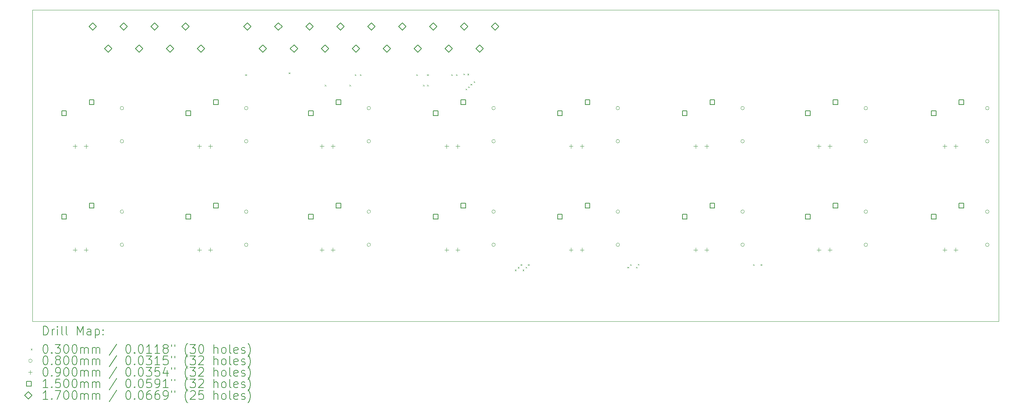
<source format=gbr>
%TF.GenerationSoftware,KiCad,Pcbnew,8.0.6*%
%TF.CreationDate,2024-11-10T21:08:51-06:00*%
%TF.ProjectId,micro_midi,6d696372-6f5f-46d6-9964-692e6b696361,rev?*%
%TF.SameCoordinates,Original*%
%TF.FileFunction,Drillmap*%
%TF.FilePolarity,Positive*%
%FSLAX45Y45*%
G04 Gerber Fmt 4.5, Leading zero omitted, Abs format (unit mm)*
G04 Created by KiCad (PCBNEW 8.0.6) date 2024-11-10 21:08:51*
%MOMM*%
%LPD*%
G01*
G04 APERTURE LIST*
%ADD10C,0.050000*%
%ADD11C,0.200000*%
%ADD12C,0.100000*%
%ADD13C,0.150000*%
%ADD14C,0.170000*%
G04 APERTURE END LIST*
D10*
X3566308Y-6533405D02*
X25791308Y-6533405D01*
X25791308Y-13696605D01*
X3566308Y-13696605D01*
X3566308Y-6533405D01*
D11*
D12*
X8465308Y-8014057D02*
X8495308Y-8044057D01*
X8495308Y-8014057D02*
X8465308Y-8044057D01*
X9463189Y-7969487D02*
X9493189Y-7999487D01*
X9493189Y-7969487D02*
X9463189Y-7999487D01*
X10294100Y-8254057D02*
X10324100Y-8284057D01*
X10324100Y-8254057D02*
X10294100Y-8284057D01*
X10862595Y-8254057D02*
X10892595Y-8284057D01*
X10892595Y-8254057D02*
X10862595Y-8284057D01*
X10983901Y-8014057D02*
X11013901Y-8044057D01*
X11013901Y-8014057D02*
X10983901Y-8044057D01*
X11102371Y-8014057D02*
X11132371Y-8044057D01*
X11132371Y-8014057D02*
X11102371Y-8044057D01*
X12399968Y-8014057D02*
X12429968Y-8044057D01*
X12429968Y-8014057D02*
X12399968Y-8044057D01*
X12554595Y-8254057D02*
X12584595Y-8284057D01*
X12584595Y-8254057D02*
X12554595Y-8284057D01*
X12647418Y-8014057D02*
X12677418Y-8044057D01*
X12677418Y-8014057D02*
X12647418Y-8044057D01*
X12648157Y-8254057D02*
X12678157Y-8284057D01*
X12678157Y-8254057D02*
X12648157Y-8284057D01*
X13201948Y-8014057D02*
X13231948Y-8044057D01*
X13231948Y-8014057D02*
X13201948Y-8044057D01*
X13314514Y-8014057D02*
X13344514Y-8044057D01*
X13344514Y-8014057D02*
X13314514Y-8044057D01*
X13483308Y-7996556D02*
X13513308Y-8026556D01*
X13513308Y-7996556D02*
X13483308Y-8026556D01*
X13532573Y-8344682D02*
X13562573Y-8374682D01*
X13562573Y-8344682D02*
X13532573Y-8374682D01*
X13574308Y-8000305D02*
X13604308Y-8030305D01*
X13604308Y-8000305D02*
X13574308Y-8030305D01*
X13592136Y-8291275D02*
X13622136Y-8321275D01*
X13622136Y-8291275D02*
X13592136Y-8321275D01*
X13648047Y-8234057D02*
X13678047Y-8264057D01*
X13678047Y-8234057D02*
X13648047Y-8264057D01*
X13717963Y-8174169D02*
X13747963Y-8204169D01*
X13747963Y-8174169D02*
X13717963Y-8204169D01*
X14668694Y-12504483D02*
X14698694Y-12534483D01*
X14698694Y-12504483D02*
X14668694Y-12534483D01*
X14736568Y-12443575D02*
X14766568Y-12473575D01*
X14766568Y-12443575D02*
X14736568Y-12473575D01*
X14799026Y-12381120D02*
X14829026Y-12411120D01*
X14829026Y-12381120D02*
X14799026Y-12411120D01*
X14845363Y-12504483D02*
X14875363Y-12534483D01*
X14875363Y-12504483D02*
X14845363Y-12534483D01*
X14912083Y-12442663D02*
X14942083Y-12472663D01*
X14942083Y-12442663D02*
X14912083Y-12472663D01*
X14968728Y-12381120D02*
X14998728Y-12411120D01*
X14998728Y-12381120D02*
X14968728Y-12411120D01*
X17254642Y-12442663D02*
X17284642Y-12472663D01*
X17284642Y-12442663D02*
X17254642Y-12472663D01*
X17318214Y-12381343D02*
X17348214Y-12411343D01*
X17348214Y-12381343D02*
X17318214Y-12411343D01*
X17452697Y-12443342D02*
X17482697Y-12473342D01*
X17482697Y-12443342D02*
X17452697Y-12473342D01*
X17494773Y-12375301D02*
X17524773Y-12405301D01*
X17524773Y-12375301D02*
X17494773Y-12405301D01*
X20144766Y-12381518D02*
X20174766Y-12411518D01*
X20174766Y-12381518D02*
X20144766Y-12411518D01*
X20320395Y-12381679D02*
X20350395Y-12411679D01*
X20350395Y-12381679D02*
X20320395Y-12411679D01*
X5669808Y-8791655D02*
G75*
G02*
X5589808Y-8791655I-40000J0D01*
G01*
X5589808Y-8791655D02*
G75*
G02*
X5669808Y-8791655I40000J0D01*
G01*
X5669808Y-9553655D02*
G75*
G02*
X5589808Y-9553655I-40000J0D01*
G01*
X5589808Y-9553655D02*
G75*
G02*
X5669808Y-9553655I40000J0D01*
G01*
X5669808Y-11172905D02*
G75*
G02*
X5589808Y-11172905I-40000J0D01*
G01*
X5589808Y-11172905D02*
G75*
G02*
X5669808Y-11172905I40000J0D01*
G01*
X5669808Y-11934905D02*
G75*
G02*
X5589808Y-11934905I-40000J0D01*
G01*
X5589808Y-11934905D02*
G75*
G02*
X5669808Y-11934905I40000J0D01*
G01*
X8527808Y-8791655D02*
G75*
G02*
X8447808Y-8791655I-40000J0D01*
G01*
X8447808Y-8791655D02*
G75*
G02*
X8527808Y-8791655I40000J0D01*
G01*
X8527808Y-9553655D02*
G75*
G02*
X8447808Y-9553655I-40000J0D01*
G01*
X8447808Y-9553655D02*
G75*
G02*
X8527808Y-9553655I40000J0D01*
G01*
X8527808Y-11172905D02*
G75*
G02*
X8447808Y-11172905I-40000J0D01*
G01*
X8447808Y-11172905D02*
G75*
G02*
X8527808Y-11172905I40000J0D01*
G01*
X8527808Y-11934905D02*
G75*
G02*
X8447808Y-11934905I-40000J0D01*
G01*
X8447808Y-11934905D02*
G75*
G02*
X8527808Y-11934905I40000J0D01*
G01*
X11346808Y-8791655D02*
G75*
G02*
X11266808Y-8791655I-40000J0D01*
G01*
X11266808Y-8791655D02*
G75*
G02*
X11346808Y-8791655I40000J0D01*
G01*
X11346808Y-9553655D02*
G75*
G02*
X11266808Y-9553655I-40000J0D01*
G01*
X11266808Y-9553655D02*
G75*
G02*
X11346808Y-9553655I40000J0D01*
G01*
X11346808Y-11172905D02*
G75*
G02*
X11266808Y-11172905I-40000J0D01*
G01*
X11266808Y-11172905D02*
G75*
G02*
X11346808Y-11172905I40000J0D01*
G01*
X11346808Y-11934905D02*
G75*
G02*
X11266808Y-11934905I-40000J0D01*
G01*
X11266808Y-11934905D02*
G75*
G02*
X11346808Y-11934905I40000J0D01*
G01*
X14216808Y-8791655D02*
G75*
G02*
X14136808Y-8791655I-40000J0D01*
G01*
X14136808Y-8791655D02*
G75*
G02*
X14216808Y-8791655I40000J0D01*
G01*
X14216808Y-9553655D02*
G75*
G02*
X14136808Y-9553655I-40000J0D01*
G01*
X14136808Y-9553655D02*
G75*
G02*
X14216808Y-9553655I40000J0D01*
G01*
X14216808Y-11172905D02*
G75*
G02*
X14136808Y-11172905I-40000J0D01*
G01*
X14136808Y-11172905D02*
G75*
G02*
X14216808Y-11172905I40000J0D01*
G01*
X14216808Y-11934905D02*
G75*
G02*
X14136808Y-11934905I-40000J0D01*
G01*
X14136808Y-11934905D02*
G75*
G02*
X14216808Y-11934905I40000J0D01*
G01*
X17074808Y-8791655D02*
G75*
G02*
X16994808Y-8791655I-40000J0D01*
G01*
X16994808Y-8791655D02*
G75*
G02*
X17074808Y-8791655I40000J0D01*
G01*
X17074808Y-9553655D02*
G75*
G02*
X16994808Y-9553655I-40000J0D01*
G01*
X16994808Y-9553655D02*
G75*
G02*
X17074808Y-9553655I40000J0D01*
G01*
X17074808Y-11172905D02*
G75*
G02*
X16994808Y-11172905I-40000J0D01*
G01*
X16994808Y-11172905D02*
G75*
G02*
X17074808Y-11172905I40000J0D01*
G01*
X17074808Y-11934905D02*
G75*
G02*
X16994808Y-11934905I-40000J0D01*
G01*
X16994808Y-11934905D02*
G75*
G02*
X17074808Y-11934905I40000J0D01*
G01*
X19944808Y-8791655D02*
G75*
G02*
X19864808Y-8791655I-40000J0D01*
G01*
X19864808Y-8791655D02*
G75*
G02*
X19944808Y-8791655I40000J0D01*
G01*
X19944808Y-9553655D02*
G75*
G02*
X19864808Y-9553655I-40000J0D01*
G01*
X19864808Y-9553655D02*
G75*
G02*
X19944808Y-9553655I40000J0D01*
G01*
X19944808Y-11172905D02*
G75*
G02*
X19864808Y-11172905I-40000J0D01*
G01*
X19864808Y-11172905D02*
G75*
G02*
X19944808Y-11172905I40000J0D01*
G01*
X19944808Y-11934905D02*
G75*
G02*
X19864808Y-11934905I-40000J0D01*
G01*
X19864808Y-11934905D02*
G75*
G02*
X19944808Y-11934905I40000J0D01*
G01*
X22777808Y-8791655D02*
G75*
G02*
X22697808Y-8791655I-40000J0D01*
G01*
X22697808Y-8791655D02*
G75*
G02*
X22777808Y-8791655I40000J0D01*
G01*
X22777808Y-9553655D02*
G75*
G02*
X22697808Y-9553655I-40000J0D01*
G01*
X22697808Y-9553655D02*
G75*
G02*
X22777808Y-9553655I40000J0D01*
G01*
X22777808Y-11172905D02*
G75*
G02*
X22697808Y-11172905I-40000J0D01*
G01*
X22697808Y-11172905D02*
G75*
G02*
X22777808Y-11172905I40000J0D01*
G01*
X22777808Y-11934905D02*
G75*
G02*
X22697808Y-11934905I-40000J0D01*
G01*
X22697808Y-11934905D02*
G75*
G02*
X22777808Y-11934905I40000J0D01*
G01*
X25572808Y-8791655D02*
G75*
G02*
X25492808Y-8791655I-40000J0D01*
G01*
X25492808Y-8791655D02*
G75*
G02*
X25572808Y-8791655I40000J0D01*
G01*
X25572808Y-9553655D02*
G75*
G02*
X25492808Y-9553655I-40000J0D01*
G01*
X25492808Y-9553655D02*
G75*
G02*
X25572808Y-9553655I40000J0D01*
G01*
X25572808Y-11172905D02*
G75*
G02*
X25492808Y-11172905I-40000J0D01*
G01*
X25492808Y-11172905D02*
G75*
G02*
X25572808Y-11172905I40000J0D01*
G01*
X25572808Y-11934905D02*
G75*
G02*
X25492808Y-11934905I-40000J0D01*
G01*
X25492808Y-11934905D02*
G75*
G02*
X25572808Y-11934905I40000J0D01*
G01*
X4550308Y-9625905D02*
X4550308Y-9715905D01*
X4505308Y-9670905D02*
X4595308Y-9670905D01*
X4550308Y-12007155D02*
X4550308Y-12097155D01*
X4505308Y-12052155D02*
X4595308Y-12052155D01*
X4804308Y-9625905D02*
X4804308Y-9715905D01*
X4759308Y-9670905D02*
X4849308Y-9670905D01*
X4804308Y-12007155D02*
X4804308Y-12097155D01*
X4759308Y-12052155D02*
X4849308Y-12052155D01*
X7408308Y-9625905D02*
X7408308Y-9715905D01*
X7363308Y-9670905D02*
X7453308Y-9670905D01*
X7408308Y-12007155D02*
X7408308Y-12097155D01*
X7363308Y-12052155D02*
X7453308Y-12052155D01*
X7662308Y-9625905D02*
X7662308Y-9715905D01*
X7617308Y-9670905D02*
X7707308Y-9670905D01*
X7662308Y-12007155D02*
X7662308Y-12097155D01*
X7617308Y-12052155D02*
X7707308Y-12052155D01*
X10227308Y-9625905D02*
X10227308Y-9715905D01*
X10182308Y-9670905D02*
X10272308Y-9670905D01*
X10227308Y-12007155D02*
X10227308Y-12097155D01*
X10182308Y-12052155D02*
X10272308Y-12052155D01*
X10481308Y-9625905D02*
X10481308Y-9715905D01*
X10436308Y-9670905D02*
X10526308Y-9670905D01*
X10481308Y-12007155D02*
X10481308Y-12097155D01*
X10436308Y-12052155D02*
X10526308Y-12052155D01*
X13097308Y-9625905D02*
X13097308Y-9715905D01*
X13052308Y-9670905D02*
X13142308Y-9670905D01*
X13097308Y-12007155D02*
X13097308Y-12097155D01*
X13052308Y-12052155D02*
X13142308Y-12052155D01*
X13351308Y-9625905D02*
X13351308Y-9715905D01*
X13306308Y-9670905D02*
X13396308Y-9670905D01*
X13351308Y-12007155D02*
X13351308Y-12097155D01*
X13306308Y-12052155D02*
X13396308Y-12052155D01*
X15955308Y-9625905D02*
X15955308Y-9715905D01*
X15910308Y-9670905D02*
X16000308Y-9670905D01*
X15955308Y-12007155D02*
X15955308Y-12097155D01*
X15910308Y-12052155D02*
X16000308Y-12052155D01*
X16209308Y-9625905D02*
X16209308Y-9715905D01*
X16164308Y-9670905D02*
X16254308Y-9670905D01*
X16209308Y-12007155D02*
X16209308Y-12097155D01*
X16164308Y-12052155D02*
X16254308Y-12052155D01*
X18825308Y-9625905D02*
X18825308Y-9715905D01*
X18780308Y-9670905D02*
X18870308Y-9670905D01*
X18825308Y-12007155D02*
X18825308Y-12097155D01*
X18780308Y-12052155D02*
X18870308Y-12052155D01*
X19079308Y-9625905D02*
X19079308Y-9715905D01*
X19034308Y-9670905D02*
X19124308Y-9670905D01*
X19079308Y-12007155D02*
X19079308Y-12097155D01*
X19034308Y-12052155D02*
X19124308Y-12052155D01*
X21657308Y-9625905D02*
X21657308Y-9715905D01*
X21612308Y-9670905D02*
X21702308Y-9670905D01*
X21657308Y-12007155D02*
X21657308Y-12097155D01*
X21612308Y-12052155D02*
X21702308Y-12052155D01*
X21911308Y-9625905D02*
X21911308Y-9715905D01*
X21866308Y-9670905D02*
X21956308Y-9670905D01*
X21911308Y-12007155D02*
X21911308Y-12097155D01*
X21866308Y-12052155D02*
X21956308Y-12052155D01*
X24553308Y-9625905D02*
X24553308Y-9715905D01*
X24508308Y-9670905D02*
X24598308Y-9670905D01*
X24553308Y-12007155D02*
X24553308Y-12097155D01*
X24508308Y-12052155D02*
X24598308Y-12052155D01*
X24807308Y-9625905D02*
X24807308Y-9715905D01*
X24762308Y-9670905D02*
X24852308Y-9670905D01*
X24807308Y-12007155D02*
X24807308Y-12097155D01*
X24762308Y-12052155D02*
X24852308Y-12052155D01*
D13*
X4349341Y-8961938D02*
X4349341Y-8855871D01*
X4243274Y-8855871D01*
X4243274Y-8961938D01*
X4349341Y-8961938D01*
X4349341Y-11343188D02*
X4349341Y-11237121D01*
X4243274Y-11237121D01*
X4243274Y-11343188D01*
X4349341Y-11343188D01*
X4984341Y-8707938D02*
X4984341Y-8601871D01*
X4878274Y-8601871D01*
X4878274Y-8707938D01*
X4984341Y-8707938D01*
X4984341Y-11089188D02*
X4984341Y-10983121D01*
X4878274Y-10983121D01*
X4878274Y-11089188D01*
X4984341Y-11089188D01*
X7207341Y-8961938D02*
X7207341Y-8855871D01*
X7101274Y-8855871D01*
X7101274Y-8961938D01*
X7207341Y-8961938D01*
X7207341Y-11343188D02*
X7207341Y-11237121D01*
X7101274Y-11237121D01*
X7101274Y-11343188D01*
X7207341Y-11343188D01*
X7842341Y-8707938D02*
X7842341Y-8601871D01*
X7736274Y-8601871D01*
X7736274Y-8707938D01*
X7842341Y-8707938D01*
X7842341Y-11089188D02*
X7842341Y-10983121D01*
X7736274Y-10983121D01*
X7736274Y-11089188D01*
X7842341Y-11089188D01*
X10026341Y-8961938D02*
X10026341Y-8855871D01*
X9920274Y-8855871D01*
X9920274Y-8961938D01*
X10026341Y-8961938D01*
X10026341Y-11343188D02*
X10026341Y-11237121D01*
X9920274Y-11237121D01*
X9920274Y-11343188D01*
X10026341Y-11343188D01*
X10661341Y-8707938D02*
X10661341Y-8601871D01*
X10555274Y-8601871D01*
X10555274Y-8707938D01*
X10661341Y-8707938D01*
X10661341Y-11089188D02*
X10661341Y-10983121D01*
X10555274Y-10983121D01*
X10555274Y-11089188D01*
X10661341Y-11089188D01*
X12896341Y-8961938D02*
X12896341Y-8855871D01*
X12790274Y-8855871D01*
X12790274Y-8961938D01*
X12896341Y-8961938D01*
X12896341Y-11343188D02*
X12896341Y-11237121D01*
X12790274Y-11237121D01*
X12790274Y-11343188D01*
X12896341Y-11343188D01*
X13531341Y-8707938D02*
X13531341Y-8601871D01*
X13425274Y-8601871D01*
X13425274Y-8707938D01*
X13531341Y-8707938D01*
X13531341Y-11089188D02*
X13531341Y-10983121D01*
X13425274Y-10983121D01*
X13425274Y-11089188D01*
X13531341Y-11089188D01*
X15754341Y-8961938D02*
X15754341Y-8855871D01*
X15648274Y-8855871D01*
X15648274Y-8961938D01*
X15754341Y-8961938D01*
X15754341Y-11343188D02*
X15754341Y-11237121D01*
X15648274Y-11237121D01*
X15648274Y-11343188D01*
X15754341Y-11343188D01*
X16389341Y-8707938D02*
X16389341Y-8601871D01*
X16283274Y-8601871D01*
X16283274Y-8707938D01*
X16389341Y-8707938D01*
X16389341Y-11089188D02*
X16389341Y-10983121D01*
X16283274Y-10983121D01*
X16283274Y-11089188D01*
X16389341Y-11089188D01*
X18624341Y-8961938D02*
X18624341Y-8855871D01*
X18518274Y-8855871D01*
X18518274Y-8961938D01*
X18624341Y-8961938D01*
X18624341Y-11343188D02*
X18624341Y-11237121D01*
X18518274Y-11237121D01*
X18518274Y-11343188D01*
X18624341Y-11343188D01*
X19259341Y-8707938D02*
X19259341Y-8601871D01*
X19153274Y-8601871D01*
X19153274Y-8707938D01*
X19259341Y-8707938D01*
X19259341Y-11089188D02*
X19259341Y-10983121D01*
X19153274Y-10983121D01*
X19153274Y-11089188D01*
X19259341Y-11089188D01*
X21456341Y-8961938D02*
X21456341Y-8855871D01*
X21350274Y-8855871D01*
X21350274Y-8961938D01*
X21456341Y-8961938D01*
X21456341Y-11343188D02*
X21456341Y-11237121D01*
X21350274Y-11237121D01*
X21350274Y-11343188D01*
X21456341Y-11343188D01*
X22091341Y-8707938D02*
X22091341Y-8601871D01*
X21985274Y-8601871D01*
X21985274Y-8707938D01*
X22091341Y-8707938D01*
X22091341Y-11089188D02*
X22091341Y-10983121D01*
X21985274Y-10983121D01*
X21985274Y-11089188D01*
X22091341Y-11089188D01*
X24352341Y-8961938D02*
X24352341Y-8855871D01*
X24246274Y-8855871D01*
X24246274Y-8961938D01*
X24352341Y-8961938D01*
X24352341Y-11343188D02*
X24352341Y-11237121D01*
X24246274Y-11237121D01*
X24246274Y-11343188D01*
X24352341Y-11343188D01*
X24987341Y-8707938D02*
X24987341Y-8601871D01*
X24881274Y-8601871D01*
X24881274Y-8707938D01*
X24987341Y-8707938D01*
X24987341Y-11089188D02*
X24987341Y-10983121D01*
X24881274Y-10983121D01*
X24881274Y-11089188D01*
X24987341Y-11089188D01*
D14*
X4957808Y-7000005D02*
X5042808Y-6915005D01*
X4957808Y-6830005D01*
X4872808Y-6915005D01*
X4957808Y-7000005D01*
X5313808Y-7508005D02*
X5398808Y-7423005D01*
X5313808Y-7338005D01*
X5228808Y-7423005D01*
X5313808Y-7508005D01*
X5669808Y-7000005D02*
X5754808Y-6915005D01*
X5669808Y-6830005D01*
X5584808Y-6915005D01*
X5669808Y-7000005D01*
X6025808Y-7508005D02*
X6110808Y-7423005D01*
X6025808Y-7338005D01*
X5940808Y-7423005D01*
X6025808Y-7508005D01*
X6381808Y-7000005D02*
X6466808Y-6915005D01*
X6381808Y-6830005D01*
X6296808Y-6915005D01*
X6381808Y-7000005D01*
X6737808Y-7508005D02*
X6822808Y-7423005D01*
X6737808Y-7338005D01*
X6652808Y-7423005D01*
X6737808Y-7508005D01*
X7093808Y-7000005D02*
X7178808Y-6915005D01*
X7093808Y-6830005D01*
X7008808Y-6915005D01*
X7093808Y-7000005D01*
X7449808Y-7508005D02*
X7534808Y-7423005D01*
X7449808Y-7338005D01*
X7364808Y-7423005D01*
X7449808Y-7508005D01*
X8517808Y-7000005D02*
X8602808Y-6915005D01*
X8517808Y-6830005D01*
X8432808Y-6915005D01*
X8517808Y-7000005D01*
X8873808Y-7508005D02*
X8958808Y-7423005D01*
X8873808Y-7338005D01*
X8788808Y-7423005D01*
X8873808Y-7508005D01*
X9229808Y-7000005D02*
X9314808Y-6915005D01*
X9229808Y-6830005D01*
X9144808Y-6915005D01*
X9229808Y-7000005D01*
X9585808Y-7508005D02*
X9670808Y-7423005D01*
X9585808Y-7338005D01*
X9500808Y-7423005D01*
X9585808Y-7508005D01*
X9941808Y-7000005D02*
X10026808Y-6915005D01*
X9941808Y-6830005D01*
X9856808Y-6915005D01*
X9941808Y-7000005D01*
X10297808Y-7508005D02*
X10382808Y-7423005D01*
X10297808Y-7338005D01*
X10212808Y-7423005D01*
X10297808Y-7508005D01*
X10653808Y-7000005D02*
X10738808Y-6915005D01*
X10653808Y-6830005D01*
X10568808Y-6915005D01*
X10653808Y-7000005D01*
X11009808Y-7508005D02*
X11094808Y-7423005D01*
X11009808Y-7338005D01*
X10924808Y-7423005D01*
X11009808Y-7508005D01*
X11365808Y-7000005D02*
X11450808Y-6915005D01*
X11365808Y-6830005D01*
X11280808Y-6915005D01*
X11365808Y-7000005D01*
X11721808Y-7508005D02*
X11806808Y-7423005D01*
X11721808Y-7338005D01*
X11636808Y-7423005D01*
X11721808Y-7508005D01*
X12077808Y-7000005D02*
X12162808Y-6915005D01*
X12077808Y-6830005D01*
X11992808Y-6915005D01*
X12077808Y-7000005D01*
X12433808Y-7508005D02*
X12518808Y-7423005D01*
X12433808Y-7338005D01*
X12348808Y-7423005D01*
X12433808Y-7508005D01*
X12789808Y-7000005D02*
X12874808Y-6915005D01*
X12789808Y-6830005D01*
X12704808Y-6915005D01*
X12789808Y-7000005D01*
X13145808Y-7508005D02*
X13230808Y-7423005D01*
X13145808Y-7338005D01*
X13060808Y-7423005D01*
X13145808Y-7508005D01*
X13501808Y-7000005D02*
X13586808Y-6915005D01*
X13501808Y-6830005D01*
X13416808Y-6915005D01*
X13501808Y-7000005D01*
X13857808Y-7508005D02*
X13942808Y-7423005D01*
X13857808Y-7338005D01*
X13772808Y-7423005D01*
X13857808Y-7508005D01*
X14213808Y-7000005D02*
X14298808Y-6915005D01*
X14213808Y-6830005D01*
X14128808Y-6915005D01*
X14213808Y-7000005D01*
D11*
X3824584Y-14010589D02*
X3824584Y-13810589D01*
X3824584Y-13810589D02*
X3872203Y-13810589D01*
X3872203Y-13810589D02*
X3900775Y-13820112D01*
X3900775Y-13820112D02*
X3919822Y-13839160D01*
X3919822Y-13839160D02*
X3929346Y-13858208D01*
X3929346Y-13858208D02*
X3938870Y-13896303D01*
X3938870Y-13896303D02*
X3938870Y-13924874D01*
X3938870Y-13924874D02*
X3929346Y-13962970D01*
X3929346Y-13962970D02*
X3919822Y-13982017D01*
X3919822Y-13982017D02*
X3900775Y-14001065D01*
X3900775Y-14001065D02*
X3872203Y-14010589D01*
X3872203Y-14010589D02*
X3824584Y-14010589D01*
X4024584Y-14010589D02*
X4024584Y-13877255D01*
X4024584Y-13915351D02*
X4034108Y-13896303D01*
X4034108Y-13896303D02*
X4043632Y-13886779D01*
X4043632Y-13886779D02*
X4062680Y-13877255D01*
X4062680Y-13877255D02*
X4081727Y-13877255D01*
X4148394Y-14010589D02*
X4148394Y-13877255D01*
X4148394Y-13810589D02*
X4138870Y-13820112D01*
X4138870Y-13820112D02*
X4148394Y-13829636D01*
X4148394Y-13829636D02*
X4157918Y-13820112D01*
X4157918Y-13820112D02*
X4148394Y-13810589D01*
X4148394Y-13810589D02*
X4148394Y-13829636D01*
X4272203Y-14010589D02*
X4253156Y-14001065D01*
X4253156Y-14001065D02*
X4243632Y-13982017D01*
X4243632Y-13982017D02*
X4243632Y-13810589D01*
X4376965Y-14010589D02*
X4357918Y-14001065D01*
X4357918Y-14001065D02*
X4348394Y-13982017D01*
X4348394Y-13982017D02*
X4348394Y-13810589D01*
X4605537Y-14010589D02*
X4605537Y-13810589D01*
X4605537Y-13810589D02*
X4672204Y-13953446D01*
X4672204Y-13953446D02*
X4738870Y-13810589D01*
X4738870Y-13810589D02*
X4738870Y-14010589D01*
X4919823Y-14010589D02*
X4919823Y-13905827D01*
X4919823Y-13905827D02*
X4910299Y-13886779D01*
X4910299Y-13886779D02*
X4891251Y-13877255D01*
X4891251Y-13877255D02*
X4853156Y-13877255D01*
X4853156Y-13877255D02*
X4834108Y-13886779D01*
X4919823Y-14001065D02*
X4900775Y-14010589D01*
X4900775Y-14010589D02*
X4853156Y-14010589D01*
X4853156Y-14010589D02*
X4834108Y-14001065D01*
X4834108Y-14001065D02*
X4824584Y-13982017D01*
X4824584Y-13982017D02*
X4824584Y-13962970D01*
X4824584Y-13962970D02*
X4834108Y-13943922D01*
X4834108Y-13943922D02*
X4853156Y-13934398D01*
X4853156Y-13934398D02*
X4900775Y-13934398D01*
X4900775Y-13934398D02*
X4919823Y-13924874D01*
X5015061Y-13877255D02*
X5015061Y-14077255D01*
X5015061Y-13886779D02*
X5034108Y-13877255D01*
X5034108Y-13877255D02*
X5072204Y-13877255D01*
X5072204Y-13877255D02*
X5091251Y-13886779D01*
X5091251Y-13886779D02*
X5100775Y-13896303D01*
X5100775Y-13896303D02*
X5110299Y-13915351D01*
X5110299Y-13915351D02*
X5110299Y-13972493D01*
X5110299Y-13972493D02*
X5100775Y-13991541D01*
X5100775Y-13991541D02*
X5091251Y-14001065D01*
X5091251Y-14001065D02*
X5072204Y-14010589D01*
X5072204Y-14010589D02*
X5034108Y-14010589D01*
X5034108Y-14010589D02*
X5015061Y-14001065D01*
X5196013Y-13991541D02*
X5205537Y-14001065D01*
X5205537Y-14001065D02*
X5196013Y-14010589D01*
X5196013Y-14010589D02*
X5186489Y-14001065D01*
X5186489Y-14001065D02*
X5196013Y-13991541D01*
X5196013Y-13991541D02*
X5196013Y-14010589D01*
X5196013Y-13886779D02*
X5205537Y-13896303D01*
X5205537Y-13896303D02*
X5196013Y-13905827D01*
X5196013Y-13905827D02*
X5186489Y-13896303D01*
X5186489Y-13896303D02*
X5196013Y-13886779D01*
X5196013Y-13886779D02*
X5196013Y-13905827D01*
D12*
X3533808Y-14324105D02*
X3563808Y-14354105D01*
X3563808Y-14324105D02*
X3533808Y-14354105D01*
D11*
X3862680Y-14230589D02*
X3881727Y-14230589D01*
X3881727Y-14230589D02*
X3900775Y-14240112D01*
X3900775Y-14240112D02*
X3910299Y-14249636D01*
X3910299Y-14249636D02*
X3919822Y-14268684D01*
X3919822Y-14268684D02*
X3929346Y-14306779D01*
X3929346Y-14306779D02*
X3929346Y-14354398D01*
X3929346Y-14354398D02*
X3919822Y-14392493D01*
X3919822Y-14392493D02*
X3910299Y-14411541D01*
X3910299Y-14411541D02*
X3900775Y-14421065D01*
X3900775Y-14421065D02*
X3881727Y-14430589D01*
X3881727Y-14430589D02*
X3862680Y-14430589D01*
X3862680Y-14430589D02*
X3843632Y-14421065D01*
X3843632Y-14421065D02*
X3834108Y-14411541D01*
X3834108Y-14411541D02*
X3824584Y-14392493D01*
X3824584Y-14392493D02*
X3815061Y-14354398D01*
X3815061Y-14354398D02*
X3815061Y-14306779D01*
X3815061Y-14306779D02*
X3824584Y-14268684D01*
X3824584Y-14268684D02*
X3834108Y-14249636D01*
X3834108Y-14249636D02*
X3843632Y-14240112D01*
X3843632Y-14240112D02*
X3862680Y-14230589D01*
X4015061Y-14411541D02*
X4024584Y-14421065D01*
X4024584Y-14421065D02*
X4015061Y-14430589D01*
X4015061Y-14430589D02*
X4005537Y-14421065D01*
X4005537Y-14421065D02*
X4015061Y-14411541D01*
X4015061Y-14411541D02*
X4015061Y-14430589D01*
X4091251Y-14230589D02*
X4215061Y-14230589D01*
X4215061Y-14230589D02*
X4148394Y-14306779D01*
X4148394Y-14306779D02*
X4176965Y-14306779D01*
X4176965Y-14306779D02*
X4196013Y-14316303D01*
X4196013Y-14316303D02*
X4205537Y-14325827D01*
X4205537Y-14325827D02*
X4215061Y-14344874D01*
X4215061Y-14344874D02*
X4215061Y-14392493D01*
X4215061Y-14392493D02*
X4205537Y-14411541D01*
X4205537Y-14411541D02*
X4196013Y-14421065D01*
X4196013Y-14421065D02*
X4176965Y-14430589D01*
X4176965Y-14430589D02*
X4119822Y-14430589D01*
X4119822Y-14430589D02*
X4100775Y-14421065D01*
X4100775Y-14421065D02*
X4091251Y-14411541D01*
X4338870Y-14230589D02*
X4357918Y-14230589D01*
X4357918Y-14230589D02*
X4376965Y-14240112D01*
X4376965Y-14240112D02*
X4386489Y-14249636D01*
X4386489Y-14249636D02*
X4396013Y-14268684D01*
X4396013Y-14268684D02*
X4405537Y-14306779D01*
X4405537Y-14306779D02*
X4405537Y-14354398D01*
X4405537Y-14354398D02*
X4396013Y-14392493D01*
X4396013Y-14392493D02*
X4386489Y-14411541D01*
X4386489Y-14411541D02*
X4376965Y-14421065D01*
X4376965Y-14421065D02*
X4357918Y-14430589D01*
X4357918Y-14430589D02*
X4338870Y-14430589D01*
X4338870Y-14430589D02*
X4319823Y-14421065D01*
X4319823Y-14421065D02*
X4310299Y-14411541D01*
X4310299Y-14411541D02*
X4300775Y-14392493D01*
X4300775Y-14392493D02*
X4291251Y-14354398D01*
X4291251Y-14354398D02*
X4291251Y-14306779D01*
X4291251Y-14306779D02*
X4300775Y-14268684D01*
X4300775Y-14268684D02*
X4310299Y-14249636D01*
X4310299Y-14249636D02*
X4319823Y-14240112D01*
X4319823Y-14240112D02*
X4338870Y-14230589D01*
X4529346Y-14230589D02*
X4548394Y-14230589D01*
X4548394Y-14230589D02*
X4567442Y-14240112D01*
X4567442Y-14240112D02*
X4576965Y-14249636D01*
X4576965Y-14249636D02*
X4586489Y-14268684D01*
X4586489Y-14268684D02*
X4596013Y-14306779D01*
X4596013Y-14306779D02*
X4596013Y-14354398D01*
X4596013Y-14354398D02*
X4586489Y-14392493D01*
X4586489Y-14392493D02*
X4576965Y-14411541D01*
X4576965Y-14411541D02*
X4567442Y-14421065D01*
X4567442Y-14421065D02*
X4548394Y-14430589D01*
X4548394Y-14430589D02*
X4529346Y-14430589D01*
X4529346Y-14430589D02*
X4510299Y-14421065D01*
X4510299Y-14421065D02*
X4500775Y-14411541D01*
X4500775Y-14411541D02*
X4491251Y-14392493D01*
X4491251Y-14392493D02*
X4481727Y-14354398D01*
X4481727Y-14354398D02*
X4481727Y-14306779D01*
X4481727Y-14306779D02*
X4491251Y-14268684D01*
X4491251Y-14268684D02*
X4500775Y-14249636D01*
X4500775Y-14249636D02*
X4510299Y-14240112D01*
X4510299Y-14240112D02*
X4529346Y-14230589D01*
X4681727Y-14430589D02*
X4681727Y-14297255D01*
X4681727Y-14316303D02*
X4691251Y-14306779D01*
X4691251Y-14306779D02*
X4710299Y-14297255D01*
X4710299Y-14297255D02*
X4738870Y-14297255D01*
X4738870Y-14297255D02*
X4757918Y-14306779D01*
X4757918Y-14306779D02*
X4767442Y-14325827D01*
X4767442Y-14325827D02*
X4767442Y-14430589D01*
X4767442Y-14325827D02*
X4776965Y-14306779D01*
X4776965Y-14306779D02*
X4796013Y-14297255D01*
X4796013Y-14297255D02*
X4824584Y-14297255D01*
X4824584Y-14297255D02*
X4843632Y-14306779D01*
X4843632Y-14306779D02*
X4853156Y-14325827D01*
X4853156Y-14325827D02*
X4853156Y-14430589D01*
X4948394Y-14430589D02*
X4948394Y-14297255D01*
X4948394Y-14316303D02*
X4957918Y-14306779D01*
X4957918Y-14306779D02*
X4976965Y-14297255D01*
X4976965Y-14297255D02*
X5005537Y-14297255D01*
X5005537Y-14297255D02*
X5024585Y-14306779D01*
X5024585Y-14306779D02*
X5034108Y-14325827D01*
X5034108Y-14325827D02*
X5034108Y-14430589D01*
X5034108Y-14325827D02*
X5043632Y-14306779D01*
X5043632Y-14306779D02*
X5062680Y-14297255D01*
X5062680Y-14297255D02*
X5091251Y-14297255D01*
X5091251Y-14297255D02*
X5110299Y-14306779D01*
X5110299Y-14306779D02*
X5119823Y-14325827D01*
X5119823Y-14325827D02*
X5119823Y-14430589D01*
X5510299Y-14221065D02*
X5338870Y-14478208D01*
X5767442Y-14230589D02*
X5786489Y-14230589D01*
X5786489Y-14230589D02*
X5805537Y-14240112D01*
X5805537Y-14240112D02*
X5815061Y-14249636D01*
X5815061Y-14249636D02*
X5824585Y-14268684D01*
X5824585Y-14268684D02*
X5834108Y-14306779D01*
X5834108Y-14306779D02*
X5834108Y-14354398D01*
X5834108Y-14354398D02*
X5824585Y-14392493D01*
X5824585Y-14392493D02*
X5815061Y-14411541D01*
X5815061Y-14411541D02*
X5805537Y-14421065D01*
X5805537Y-14421065D02*
X5786489Y-14430589D01*
X5786489Y-14430589D02*
X5767442Y-14430589D01*
X5767442Y-14430589D02*
X5748394Y-14421065D01*
X5748394Y-14421065D02*
X5738870Y-14411541D01*
X5738870Y-14411541D02*
X5729346Y-14392493D01*
X5729346Y-14392493D02*
X5719823Y-14354398D01*
X5719823Y-14354398D02*
X5719823Y-14306779D01*
X5719823Y-14306779D02*
X5729346Y-14268684D01*
X5729346Y-14268684D02*
X5738870Y-14249636D01*
X5738870Y-14249636D02*
X5748394Y-14240112D01*
X5748394Y-14240112D02*
X5767442Y-14230589D01*
X5919823Y-14411541D02*
X5929346Y-14421065D01*
X5929346Y-14421065D02*
X5919823Y-14430589D01*
X5919823Y-14430589D02*
X5910299Y-14421065D01*
X5910299Y-14421065D02*
X5919823Y-14411541D01*
X5919823Y-14411541D02*
X5919823Y-14430589D01*
X6053156Y-14230589D02*
X6072204Y-14230589D01*
X6072204Y-14230589D02*
X6091251Y-14240112D01*
X6091251Y-14240112D02*
X6100775Y-14249636D01*
X6100775Y-14249636D02*
X6110299Y-14268684D01*
X6110299Y-14268684D02*
X6119823Y-14306779D01*
X6119823Y-14306779D02*
X6119823Y-14354398D01*
X6119823Y-14354398D02*
X6110299Y-14392493D01*
X6110299Y-14392493D02*
X6100775Y-14411541D01*
X6100775Y-14411541D02*
X6091251Y-14421065D01*
X6091251Y-14421065D02*
X6072204Y-14430589D01*
X6072204Y-14430589D02*
X6053156Y-14430589D01*
X6053156Y-14430589D02*
X6034108Y-14421065D01*
X6034108Y-14421065D02*
X6024585Y-14411541D01*
X6024585Y-14411541D02*
X6015061Y-14392493D01*
X6015061Y-14392493D02*
X6005537Y-14354398D01*
X6005537Y-14354398D02*
X6005537Y-14306779D01*
X6005537Y-14306779D02*
X6015061Y-14268684D01*
X6015061Y-14268684D02*
X6024585Y-14249636D01*
X6024585Y-14249636D02*
X6034108Y-14240112D01*
X6034108Y-14240112D02*
X6053156Y-14230589D01*
X6310299Y-14430589D02*
X6196013Y-14430589D01*
X6253156Y-14430589D02*
X6253156Y-14230589D01*
X6253156Y-14230589D02*
X6234108Y-14259160D01*
X6234108Y-14259160D02*
X6215061Y-14278208D01*
X6215061Y-14278208D02*
X6196013Y-14287731D01*
X6500775Y-14430589D02*
X6386489Y-14430589D01*
X6443632Y-14430589D02*
X6443632Y-14230589D01*
X6443632Y-14230589D02*
X6424585Y-14259160D01*
X6424585Y-14259160D02*
X6405537Y-14278208D01*
X6405537Y-14278208D02*
X6386489Y-14287731D01*
X6615061Y-14316303D02*
X6596013Y-14306779D01*
X6596013Y-14306779D02*
X6586489Y-14297255D01*
X6586489Y-14297255D02*
X6576966Y-14278208D01*
X6576966Y-14278208D02*
X6576966Y-14268684D01*
X6576966Y-14268684D02*
X6586489Y-14249636D01*
X6586489Y-14249636D02*
X6596013Y-14240112D01*
X6596013Y-14240112D02*
X6615061Y-14230589D01*
X6615061Y-14230589D02*
X6653156Y-14230589D01*
X6653156Y-14230589D02*
X6672204Y-14240112D01*
X6672204Y-14240112D02*
X6681727Y-14249636D01*
X6681727Y-14249636D02*
X6691251Y-14268684D01*
X6691251Y-14268684D02*
X6691251Y-14278208D01*
X6691251Y-14278208D02*
X6681727Y-14297255D01*
X6681727Y-14297255D02*
X6672204Y-14306779D01*
X6672204Y-14306779D02*
X6653156Y-14316303D01*
X6653156Y-14316303D02*
X6615061Y-14316303D01*
X6615061Y-14316303D02*
X6596013Y-14325827D01*
X6596013Y-14325827D02*
X6586489Y-14335351D01*
X6586489Y-14335351D02*
X6576966Y-14354398D01*
X6576966Y-14354398D02*
X6576966Y-14392493D01*
X6576966Y-14392493D02*
X6586489Y-14411541D01*
X6586489Y-14411541D02*
X6596013Y-14421065D01*
X6596013Y-14421065D02*
X6615061Y-14430589D01*
X6615061Y-14430589D02*
X6653156Y-14430589D01*
X6653156Y-14430589D02*
X6672204Y-14421065D01*
X6672204Y-14421065D02*
X6681727Y-14411541D01*
X6681727Y-14411541D02*
X6691251Y-14392493D01*
X6691251Y-14392493D02*
X6691251Y-14354398D01*
X6691251Y-14354398D02*
X6681727Y-14335351D01*
X6681727Y-14335351D02*
X6672204Y-14325827D01*
X6672204Y-14325827D02*
X6653156Y-14316303D01*
X6767442Y-14230589D02*
X6767442Y-14268684D01*
X6843632Y-14230589D02*
X6843632Y-14268684D01*
X7138870Y-14506779D02*
X7129347Y-14497255D01*
X7129347Y-14497255D02*
X7110299Y-14468684D01*
X7110299Y-14468684D02*
X7100775Y-14449636D01*
X7100775Y-14449636D02*
X7091251Y-14421065D01*
X7091251Y-14421065D02*
X7081728Y-14373446D01*
X7081728Y-14373446D02*
X7081728Y-14335351D01*
X7081728Y-14335351D02*
X7091251Y-14287731D01*
X7091251Y-14287731D02*
X7100775Y-14259160D01*
X7100775Y-14259160D02*
X7110299Y-14240112D01*
X7110299Y-14240112D02*
X7129347Y-14211541D01*
X7129347Y-14211541D02*
X7138870Y-14202017D01*
X7196013Y-14230589D02*
X7319823Y-14230589D01*
X7319823Y-14230589D02*
X7253156Y-14306779D01*
X7253156Y-14306779D02*
X7281728Y-14306779D01*
X7281728Y-14306779D02*
X7300775Y-14316303D01*
X7300775Y-14316303D02*
X7310299Y-14325827D01*
X7310299Y-14325827D02*
X7319823Y-14344874D01*
X7319823Y-14344874D02*
X7319823Y-14392493D01*
X7319823Y-14392493D02*
X7310299Y-14411541D01*
X7310299Y-14411541D02*
X7300775Y-14421065D01*
X7300775Y-14421065D02*
X7281728Y-14430589D01*
X7281728Y-14430589D02*
X7224585Y-14430589D01*
X7224585Y-14430589D02*
X7205537Y-14421065D01*
X7205537Y-14421065D02*
X7196013Y-14411541D01*
X7443632Y-14230589D02*
X7462680Y-14230589D01*
X7462680Y-14230589D02*
X7481728Y-14240112D01*
X7481728Y-14240112D02*
X7491251Y-14249636D01*
X7491251Y-14249636D02*
X7500775Y-14268684D01*
X7500775Y-14268684D02*
X7510299Y-14306779D01*
X7510299Y-14306779D02*
X7510299Y-14354398D01*
X7510299Y-14354398D02*
X7500775Y-14392493D01*
X7500775Y-14392493D02*
X7491251Y-14411541D01*
X7491251Y-14411541D02*
X7481728Y-14421065D01*
X7481728Y-14421065D02*
X7462680Y-14430589D01*
X7462680Y-14430589D02*
X7443632Y-14430589D01*
X7443632Y-14430589D02*
X7424585Y-14421065D01*
X7424585Y-14421065D02*
X7415061Y-14411541D01*
X7415061Y-14411541D02*
X7405537Y-14392493D01*
X7405537Y-14392493D02*
X7396013Y-14354398D01*
X7396013Y-14354398D02*
X7396013Y-14306779D01*
X7396013Y-14306779D02*
X7405537Y-14268684D01*
X7405537Y-14268684D02*
X7415061Y-14249636D01*
X7415061Y-14249636D02*
X7424585Y-14240112D01*
X7424585Y-14240112D02*
X7443632Y-14230589D01*
X7748394Y-14430589D02*
X7748394Y-14230589D01*
X7834109Y-14430589D02*
X7834109Y-14325827D01*
X7834109Y-14325827D02*
X7824585Y-14306779D01*
X7824585Y-14306779D02*
X7805537Y-14297255D01*
X7805537Y-14297255D02*
X7776966Y-14297255D01*
X7776966Y-14297255D02*
X7757918Y-14306779D01*
X7757918Y-14306779D02*
X7748394Y-14316303D01*
X7957918Y-14430589D02*
X7938870Y-14421065D01*
X7938870Y-14421065D02*
X7929347Y-14411541D01*
X7929347Y-14411541D02*
X7919823Y-14392493D01*
X7919823Y-14392493D02*
X7919823Y-14335351D01*
X7919823Y-14335351D02*
X7929347Y-14316303D01*
X7929347Y-14316303D02*
X7938870Y-14306779D01*
X7938870Y-14306779D02*
X7957918Y-14297255D01*
X7957918Y-14297255D02*
X7986490Y-14297255D01*
X7986490Y-14297255D02*
X8005537Y-14306779D01*
X8005537Y-14306779D02*
X8015061Y-14316303D01*
X8015061Y-14316303D02*
X8024585Y-14335351D01*
X8024585Y-14335351D02*
X8024585Y-14392493D01*
X8024585Y-14392493D02*
X8015061Y-14411541D01*
X8015061Y-14411541D02*
X8005537Y-14421065D01*
X8005537Y-14421065D02*
X7986490Y-14430589D01*
X7986490Y-14430589D02*
X7957918Y-14430589D01*
X8138870Y-14430589D02*
X8119823Y-14421065D01*
X8119823Y-14421065D02*
X8110299Y-14402017D01*
X8110299Y-14402017D02*
X8110299Y-14230589D01*
X8291251Y-14421065D02*
X8272204Y-14430589D01*
X8272204Y-14430589D02*
X8234109Y-14430589D01*
X8234109Y-14430589D02*
X8215061Y-14421065D01*
X8215061Y-14421065D02*
X8205537Y-14402017D01*
X8205537Y-14402017D02*
X8205537Y-14325827D01*
X8205537Y-14325827D02*
X8215061Y-14306779D01*
X8215061Y-14306779D02*
X8234109Y-14297255D01*
X8234109Y-14297255D02*
X8272204Y-14297255D01*
X8272204Y-14297255D02*
X8291251Y-14306779D01*
X8291251Y-14306779D02*
X8300775Y-14325827D01*
X8300775Y-14325827D02*
X8300775Y-14344874D01*
X8300775Y-14344874D02*
X8205537Y-14363922D01*
X8376966Y-14421065D02*
X8396013Y-14430589D01*
X8396013Y-14430589D02*
X8434109Y-14430589D01*
X8434109Y-14430589D02*
X8453156Y-14421065D01*
X8453156Y-14421065D02*
X8462680Y-14402017D01*
X8462680Y-14402017D02*
X8462680Y-14392493D01*
X8462680Y-14392493D02*
X8453156Y-14373446D01*
X8453156Y-14373446D02*
X8434109Y-14363922D01*
X8434109Y-14363922D02*
X8405537Y-14363922D01*
X8405537Y-14363922D02*
X8386490Y-14354398D01*
X8386490Y-14354398D02*
X8376966Y-14335351D01*
X8376966Y-14335351D02*
X8376966Y-14325827D01*
X8376966Y-14325827D02*
X8386490Y-14306779D01*
X8386490Y-14306779D02*
X8405537Y-14297255D01*
X8405537Y-14297255D02*
X8434109Y-14297255D01*
X8434109Y-14297255D02*
X8453156Y-14306779D01*
X8529347Y-14506779D02*
X8538871Y-14497255D01*
X8538871Y-14497255D02*
X8557918Y-14468684D01*
X8557918Y-14468684D02*
X8567442Y-14449636D01*
X8567442Y-14449636D02*
X8576966Y-14421065D01*
X8576966Y-14421065D02*
X8586490Y-14373446D01*
X8586490Y-14373446D02*
X8586490Y-14335351D01*
X8586490Y-14335351D02*
X8576966Y-14287731D01*
X8576966Y-14287731D02*
X8567442Y-14259160D01*
X8567442Y-14259160D02*
X8557918Y-14240112D01*
X8557918Y-14240112D02*
X8538871Y-14211541D01*
X8538871Y-14211541D02*
X8529347Y-14202017D01*
D12*
X3563808Y-14603105D02*
G75*
G02*
X3483808Y-14603105I-40000J0D01*
G01*
X3483808Y-14603105D02*
G75*
G02*
X3563808Y-14603105I40000J0D01*
G01*
D11*
X3862680Y-14494589D02*
X3881727Y-14494589D01*
X3881727Y-14494589D02*
X3900775Y-14504112D01*
X3900775Y-14504112D02*
X3910299Y-14513636D01*
X3910299Y-14513636D02*
X3919822Y-14532684D01*
X3919822Y-14532684D02*
X3929346Y-14570779D01*
X3929346Y-14570779D02*
X3929346Y-14618398D01*
X3929346Y-14618398D02*
X3919822Y-14656493D01*
X3919822Y-14656493D02*
X3910299Y-14675541D01*
X3910299Y-14675541D02*
X3900775Y-14685065D01*
X3900775Y-14685065D02*
X3881727Y-14694589D01*
X3881727Y-14694589D02*
X3862680Y-14694589D01*
X3862680Y-14694589D02*
X3843632Y-14685065D01*
X3843632Y-14685065D02*
X3834108Y-14675541D01*
X3834108Y-14675541D02*
X3824584Y-14656493D01*
X3824584Y-14656493D02*
X3815061Y-14618398D01*
X3815061Y-14618398D02*
X3815061Y-14570779D01*
X3815061Y-14570779D02*
X3824584Y-14532684D01*
X3824584Y-14532684D02*
X3834108Y-14513636D01*
X3834108Y-14513636D02*
X3843632Y-14504112D01*
X3843632Y-14504112D02*
X3862680Y-14494589D01*
X4015061Y-14675541D02*
X4024584Y-14685065D01*
X4024584Y-14685065D02*
X4015061Y-14694589D01*
X4015061Y-14694589D02*
X4005537Y-14685065D01*
X4005537Y-14685065D02*
X4015061Y-14675541D01*
X4015061Y-14675541D02*
X4015061Y-14694589D01*
X4138870Y-14580303D02*
X4119822Y-14570779D01*
X4119822Y-14570779D02*
X4110299Y-14561255D01*
X4110299Y-14561255D02*
X4100775Y-14542208D01*
X4100775Y-14542208D02*
X4100775Y-14532684D01*
X4100775Y-14532684D02*
X4110299Y-14513636D01*
X4110299Y-14513636D02*
X4119822Y-14504112D01*
X4119822Y-14504112D02*
X4138870Y-14494589D01*
X4138870Y-14494589D02*
X4176965Y-14494589D01*
X4176965Y-14494589D02*
X4196013Y-14504112D01*
X4196013Y-14504112D02*
X4205537Y-14513636D01*
X4205537Y-14513636D02*
X4215061Y-14532684D01*
X4215061Y-14532684D02*
X4215061Y-14542208D01*
X4215061Y-14542208D02*
X4205537Y-14561255D01*
X4205537Y-14561255D02*
X4196013Y-14570779D01*
X4196013Y-14570779D02*
X4176965Y-14580303D01*
X4176965Y-14580303D02*
X4138870Y-14580303D01*
X4138870Y-14580303D02*
X4119822Y-14589827D01*
X4119822Y-14589827D02*
X4110299Y-14599351D01*
X4110299Y-14599351D02*
X4100775Y-14618398D01*
X4100775Y-14618398D02*
X4100775Y-14656493D01*
X4100775Y-14656493D02*
X4110299Y-14675541D01*
X4110299Y-14675541D02*
X4119822Y-14685065D01*
X4119822Y-14685065D02*
X4138870Y-14694589D01*
X4138870Y-14694589D02*
X4176965Y-14694589D01*
X4176965Y-14694589D02*
X4196013Y-14685065D01*
X4196013Y-14685065D02*
X4205537Y-14675541D01*
X4205537Y-14675541D02*
X4215061Y-14656493D01*
X4215061Y-14656493D02*
X4215061Y-14618398D01*
X4215061Y-14618398D02*
X4205537Y-14599351D01*
X4205537Y-14599351D02*
X4196013Y-14589827D01*
X4196013Y-14589827D02*
X4176965Y-14580303D01*
X4338870Y-14494589D02*
X4357918Y-14494589D01*
X4357918Y-14494589D02*
X4376965Y-14504112D01*
X4376965Y-14504112D02*
X4386489Y-14513636D01*
X4386489Y-14513636D02*
X4396013Y-14532684D01*
X4396013Y-14532684D02*
X4405537Y-14570779D01*
X4405537Y-14570779D02*
X4405537Y-14618398D01*
X4405537Y-14618398D02*
X4396013Y-14656493D01*
X4396013Y-14656493D02*
X4386489Y-14675541D01*
X4386489Y-14675541D02*
X4376965Y-14685065D01*
X4376965Y-14685065D02*
X4357918Y-14694589D01*
X4357918Y-14694589D02*
X4338870Y-14694589D01*
X4338870Y-14694589D02*
X4319823Y-14685065D01*
X4319823Y-14685065D02*
X4310299Y-14675541D01*
X4310299Y-14675541D02*
X4300775Y-14656493D01*
X4300775Y-14656493D02*
X4291251Y-14618398D01*
X4291251Y-14618398D02*
X4291251Y-14570779D01*
X4291251Y-14570779D02*
X4300775Y-14532684D01*
X4300775Y-14532684D02*
X4310299Y-14513636D01*
X4310299Y-14513636D02*
X4319823Y-14504112D01*
X4319823Y-14504112D02*
X4338870Y-14494589D01*
X4529346Y-14494589D02*
X4548394Y-14494589D01*
X4548394Y-14494589D02*
X4567442Y-14504112D01*
X4567442Y-14504112D02*
X4576965Y-14513636D01*
X4576965Y-14513636D02*
X4586489Y-14532684D01*
X4586489Y-14532684D02*
X4596013Y-14570779D01*
X4596013Y-14570779D02*
X4596013Y-14618398D01*
X4596013Y-14618398D02*
X4586489Y-14656493D01*
X4586489Y-14656493D02*
X4576965Y-14675541D01*
X4576965Y-14675541D02*
X4567442Y-14685065D01*
X4567442Y-14685065D02*
X4548394Y-14694589D01*
X4548394Y-14694589D02*
X4529346Y-14694589D01*
X4529346Y-14694589D02*
X4510299Y-14685065D01*
X4510299Y-14685065D02*
X4500775Y-14675541D01*
X4500775Y-14675541D02*
X4491251Y-14656493D01*
X4491251Y-14656493D02*
X4481727Y-14618398D01*
X4481727Y-14618398D02*
X4481727Y-14570779D01*
X4481727Y-14570779D02*
X4491251Y-14532684D01*
X4491251Y-14532684D02*
X4500775Y-14513636D01*
X4500775Y-14513636D02*
X4510299Y-14504112D01*
X4510299Y-14504112D02*
X4529346Y-14494589D01*
X4681727Y-14694589D02*
X4681727Y-14561255D01*
X4681727Y-14580303D02*
X4691251Y-14570779D01*
X4691251Y-14570779D02*
X4710299Y-14561255D01*
X4710299Y-14561255D02*
X4738870Y-14561255D01*
X4738870Y-14561255D02*
X4757918Y-14570779D01*
X4757918Y-14570779D02*
X4767442Y-14589827D01*
X4767442Y-14589827D02*
X4767442Y-14694589D01*
X4767442Y-14589827D02*
X4776965Y-14570779D01*
X4776965Y-14570779D02*
X4796013Y-14561255D01*
X4796013Y-14561255D02*
X4824584Y-14561255D01*
X4824584Y-14561255D02*
X4843632Y-14570779D01*
X4843632Y-14570779D02*
X4853156Y-14589827D01*
X4853156Y-14589827D02*
X4853156Y-14694589D01*
X4948394Y-14694589D02*
X4948394Y-14561255D01*
X4948394Y-14580303D02*
X4957918Y-14570779D01*
X4957918Y-14570779D02*
X4976965Y-14561255D01*
X4976965Y-14561255D02*
X5005537Y-14561255D01*
X5005537Y-14561255D02*
X5024585Y-14570779D01*
X5024585Y-14570779D02*
X5034108Y-14589827D01*
X5034108Y-14589827D02*
X5034108Y-14694589D01*
X5034108Y-14589827D02*
X5043632Y-14570779D01*
X5043632Y-14570779D02*
X5062680Y-14561255D01*
X5062680Y-14561255D02*
X5091251Y-14561255D01*
X5091251Y-14561255D02*
X5110299Y-14570779D01*
X5110299Y-14570779D02*
X5119823Y-14589827D01*
X5119823Y-14589827D02*
X5119823Y-14694589D01*
X5510299Y-14485065D02*
X5338870Y-14742208D01*
X5767442Y-14494589D02*
X5786489Y-14494589D01*
X5786489Y-14494589D02*
X5805537Y-14504112D01*
X5805537Y-14504112D02*
X5815061Y-14513636D01*
X5815061Y-14513636D02*
X5824585Y-14532684D01*
X5824585Y-14532684D02*
X5834108Y-14570779D01*
X5834108Y-14570779D02*
X5834108Y-14618398D01*
X5834108Y-14618398D02*
X5824585Y-14656493D01*
X5824585Y-14656493D02*
X5815061Y-14675541D01*
X5815061Y-14675541D02*
X5805537Y-14685065D01*
X5805537Y-14685065D02*
X5786489Y-14694589D01*
X5786489Y-14694589D02*
X5767442Y-14694589D01*
X5767442Y-14694589D02*
X5748394Y-14685065D01*
X5748394Y-14685065D02*
X5738870Y-14675541D01*
X5738870Y-14675541D02*
X5729346Y-14656493D01*
X5729346Y-14656493D02*
X5719823Y-14618398D01*
X5719823Y-14618398D02*
X5719823Y-14570779D01*
X5719823Y-14570779D02*
X5729346Y-14532684D01*
X5729346Y-14532684D02*
X5738870Y-14513636D01*
X5738870Y-14513636D02*
X5748394Y-14504112D01*
X5748394Y-14504112D02*
X5767442Y-14494589D01*
X5919823Y-14675541D02*
X5929346Y-14685065D01*
X5929346Y-14685065D02*
X5919823Y-14694589D01*
X5919823Y-14694589D02*
X5910299Y-14685065D01*
X5910299Y-14685065D02*
X5919823Y-14675541D01*
X5919823Y-14675541D02*
X5919823Y-14694589D01*
X6053156Y-14494589D02*
X6072204Y-14494589D01*
X6072204Y-14494589D02*
X6091251Y-14504112D01*
X6091251Y-14504112D02*
X6100775Y-14513636D01*
X6100775Y-14513636D02*
X6110299Y-14532684D01*
X6110299Y-14532684D02*
X6119823Y-14570779D01*
X6119823Y-14570779D02*
X6119823Y-14618398D01*
X6119823Y-14618398D02*
X6110299Y-14656493D01*
X6110299Y-14656493D02*
X6100775Y-14675541D01*
X6100775Y-14675541D02*
X6091251Y-14685065D01*
X6091251Y-14685065D02*
X6072204Y-14694589D01*
X6072204Y-14694589D02*
X6053156Y-14694589D01*
X6053156Y-14694589D02*
X6034108Y-14685065D01*
X6034108Y-14685065D02*
X6024585Y-14675541D01*
X6024585Y-14675541D02*
X6015061Y-14656493D01*
X6015061Y-14656493D02*
X6005537Y-14618398D01*
X6005537Y-14618398D02*
X6005537Y-14570779D01*
X6005537Y-14570779D02*
X6015061Y-14532684D01*
X6015061Y-14532684D02*
X6024585Y-14513636D01*
X6024585Y-14513636D02*
X6034108Y-14504112D01*
X6034108Y-14504112D02*
X6053156Y-14494589D01*
X6186489Y-14494589D02*
X6310299Y-14494589D01*
X6310299Y-14494589D02*
X6243632Y-14570779D01*
X6243632Y-14570779D02*
X6272204Y-14570779D01*
X6272204Y-14570779D02*
X6291251Y-14580303D01*
X6291251Y-14580303D02*
X6300775Y-14589827D01*
X6300775Y-14589827D02*
X6310299Y-14608874D01*
X6310299Y-14608874D02*
X6310299Y-14656493D01*
X6310299Y-14656493D02*
X6300775Y-14675541D01*
X6300775Y-14675541D02*
X6291251Y-14685065D01*
X6291251Y-14685065D02*
X6272204Y-14694589D01*
X6272204Y-14694589D02*
X6215061Y-14694589D01*
X6215061Y-14694589D02*
X6196013Y-14685065D01*
X6196013Y-14685065D02*
X6186489Y-14675541D01*
X6500775Y-14694589D02*
X6386489Y-14694589D01*
X6443632Y-14694589D02*
X6443632Y-14494589D01*
X6443632Y-14494589D02*
X6424585Y-14523160D01*
X6424585Y-14523160D02*
X6405537Y-14542208D01*
X6405537Y-14542208D02*
X6386489Y-14551731D01*
X6681727Y-14494589D02*
X6586489Y-14494589D01*
X6586489Y-14494589D02*
X6576966Y-14589827D01*
X6576966Y-14589827D02*
X6586489Y-14580303D01*
X6586489Y-14580303D02*
X6605537Y-14570779D01*
X6605537Y-14570779D02*
X6653156Y-14570779D01*
X6653156Y-14570779D02*
X6672204Y-14580303D01*
X6672204Y-14580303D02*
X6681727Y-14589827D01*
X6681727Y-14589827D02*
X6691251Y-14608874D01*
X6691251Y-14608874D02*
X6691251Y-14656493D01*
X6691251Y-14656493D02*
X6681727Y-14675541D01*
X6681727Y-14675541D02*
X6672204Y-14685065D01*
X6672204Y-14685065D02*
X6653156Y-14694589D01*
X6653156Y-14694589D02*
X6605537Y-14694589D01*
X6605537Y-14694589D02*
X6586489Y-14685065D01*
X6586489Y-14685065D02*
X6576966Y-14675541D01*
X6767442Y-14494589D02*
X6767442Y-14532684D01*
X6843632Y-14494589D02*
X6843632Y-14532684D01*
X7138870Y-14770779D02*
X7129347Y-14761255D01*
X7129347Y-14761255D02*
X7110299Y-14732684D01*
X7110299Y-14732684D02*
X7100775Y-14713636D01*
X7100775Y-14713636D02*
X7091251Y-14685065D01*
X7091251Y-14685065D02*
X7081728Y-14637446D01*
X7081728Y-14637446D02*
X7081728Y-14599351D01*
X7081728Y-14599351D02*
X7091251Y-14551731D01*
X7091251Y-14551731D02*
X7100775Y-14523160D01*
X7100775Y-14523160D02*
X7110299Y-14504112D01*
X7110299Y-14504112D02*
X7129347Y-14475541D01*
X7129347Y-14475541D02*
X7138870Y-14466017D01*
X7196013Y-14494589D02*
X7319823Y-14494589D01*
X7319823Y-14494589D02*
X7253156Y-14570779D01*
X7253156Y-14570779D02*
X7281728Y-14570779D01*
X7281728Y-14570779D02*
X7300775Y-14580303D01*
X7300775Y-14580303D02*
X7310299Y-14589827D01*
X7310299Y-14589827D02*
X7319823Y-14608874D01*
X7319823Y-14608874D02*
X7319823Y-14656493D01*
X7319823Y-14656493D02*
X7310299Y-14675541D01*
X7310299Y-14675541D02*
X7300775Y-14685065D01*
X7300775Y-14685065D02*
X7281728Y-14694589D01*
X7281728Y-14694589D02*
X7224585Y-14694589D01*
X7224585Y-14694589D02*
X7205537Y-14685065D01*
X7205537Y-14685065D02*
X7196013Y-14675541D01*
X7396013Y-14513636D02*
X7405537Y-14504112D01*
X7405537Y-14504112D02*
X7424585Y-14494589D01*
X7424585Y-14494589D02*
X7472204Y-14494589D01*
X7472204Y-14494589D02*
X7491251Y-14504112D01*
X7491251Y-14504112D02*
X7500775Y-14513636D01*
X7500775Y-14513636D02*
X7510299Y-14532684D01*
X7510299Y-14532684D02*
X7510299Y-14551731D01*
X7510299Y-14551731D02*
X7500775Y-14580303D01*
X7500775Y-14580303D02*
X7386489Y-14694589D01*
X7386489Y-14694589D02*
X7510299Y-14694589D01*
X7748394Y-14694589D02*
X7748394Y-14494589D01*
X7834109Y-14694589D02*
X7834109Y-14589827D01*
X7834109Y-14589827D02*
X7824585Y-14570779D01*
X7824585Y-14570779D02*
X7805537Y-14561255D01*
X7805537Y-14561255D02*
X7776966Y-14561255D01*
X7776966Y-14561255D02*
X7757918Y-14570779D01*
X7757918Y-14570779D02*
X7748394Y-14580303D01*
X7957918Y-14694589D02*
X7938870Y-14685065D01*
X7938870Y-14685065D02*
X7929347Y-14675541D01*
X7929347Y-14675541D02*
X7919823Y-14656493D01*
X7919823Y-14656493D02*
X7919823Y-14599351D01*
X7919823Y-14599351D02*
X7929347Y-14580303D01*
X7929347Y-14580303D02*
X7938870Y-14570779D01*
X7938870Y-14570779D02*
X7957918Y-14561255D01*
X7957918Y-14561255D02*
X7986490Y-14561255D01*
X7986490Y-14561255D02*
X8005537Y-14570779D01*
X8005537Y-14570779D02*
X8015061Y-14580303D01*
X8015061Y-14580303D02*
X8024585Y-14599351D01*
X8024585Y-14599351D02*
X8024585Y-14656493D01*
X8024585Y-14656493D02*
X8015061Y-14675541D01*
X8015061Y-14675541D02*
X8005537Y-14685065D01*
X8005537Y-14685065D02*
X7986490Y-14694589D01*
X7986490Y-14694589D02*
X7957918Y-14694589D01*
X8138870Y-14694589D02*
X8119823Y-14685065D01*
X8119823Y-14685065D02*
X8110299Y-14666017D01*
X8110299Y-14666017D02*
X8110299Y-14494589D01*
X8291251Y-14685065D02*
X8272204Y-14694589D01*
X8272204Y-14694589D02*
X8234109Y-14694589D01*
X8234109Y-14694589D02*
X8215061Y-14685065D01*
X8215061Y-14685065D02*
X8205537Y-14666017D01*
X8205537Y-14666017D02*
X8205537Y-14589827D01*
X8205537Y-14589827D02*
X8215061Y-14570779D01*
X8215061Y-14570779D02*
X8234109Y-14561255D01*
X8234109Y-14561255D02*
X8272204Y-14561255D01*
X8272204Y-14561255D02*
X8291251Y-14570779D01*
X8291251Y-14570779D02*
X8300775Y-14589827D01*
X8300775Y-14589827D02*
X8300775Y-14608874D01*
X8300775Y-14608874D02*
X8205537Y-14627922D01*
X8376966Y-14685065D02*
X8396013Y-14694589D01*
X8396013Y-14694589D02*
X8434109Y-14694589D01*
X8434109Y-14694589D02*
X8453156Y-14685065D01*
X8453156Y-14685065D02*
X8462680Y-14666017D01*
X8462680Y-14666017D02*
X8462680Y-14656493D01*
X8462680Y-14656493D02*
X8453156Y-14637446D01*
X8453156Y-14637446D02*
X8434109Y-14627922D01*
X8434109Y-14627922D02*
X8405537Y-14627922D01*
X8405537Y-14627922D02*
X8386490Y-14618398D01*
X8386490Y-14618398D02*
X8376966Y-14599351D01*
X8376966Y-14599351D02*
X8376966Y-14589827D01*
X8376966Y-14589827D02*
X8386490Y-14570779D01*
X8386490Y-14570779D02*
X8405537Y-14561255D01*
X8405537Y-14561255D02*
X8434109Y-14561255D01*
X8434109Y-14561255D02*
X8453156Y-14570779D01*
X8529347Y-14770779D02*
X8538871Y-14761255D01*
X8538871Y-14761255D02*
X8557918Y-14732684D01*
X8557918Y-14732684D02*
X8567442Y-14713636D01*
X8567442Y-14713636D02*
X8576966Y-14685065D01*
X8576966Y-14685065D02*
X8586490Y-14637446D01*
X8586490Y-14637446D02*
X8586490Y-14599351D01*
X8586490Y-14599351D02*
X8576966Y-14551731D01*
X8576966Y-14551731D02*
X8567442Y-14523160D01*
X8567442Y-14523160D02*
X8557918Y-14504112D01*
X8557918Y-14504112D02*
X8538871Y-14475541D01*
X8538871Y-14475541D02*
X8529347Y-14466017D01*
D12*
X3518808Y-14822105D02*
X3518808Y-14912105D01*
X3473808Y-14867105D02*
X3563808Y-14867105D01*
D11*
X3862680Y-14758589D02*
X3881727Y-14758589D01*
X3881727Y-14758589D02*
X3900775Y-14768112D01*
X3900775Y-14768112D02*
X3910299Y-14777636D01*
X3910299Y-14777636D02*
X3919822Y-14796684D01*
X3919822Y-14796684D02*
X3929346Y-14834779D01*
X3929346Y-14834779D02*
X3929346Y-14882398D01*
X3929346Y-14882398D02*
X3919822Y-14920493D01*
X3919822Y-14920493D02*
X3910299Y-14939541D01*
X3910299Y-14939541D02*
X3900775Y-14949065D01*
X3900775Y-14949065D02*
X3881727Y-14958589D01*
X3881727Y-14958589D02*
X3862680Y-14958589D01*
X3862680Y-14958589D02*
X3843632Y-14949065D01*
X3843632Y-14949065D02*
X3834108Y-14939541D01*
X3834108Y-14939541D02*
X3824584Y-14920493D01*
X3824584Y-14920493D02*
X3815061Y-14882398D01*
X3815061Y-14882398D02*
X3815061Y-14834779D01*
X3815061Y-14834779D02*
X3824584Y-14796684D01*
X3824584Y-14796684D02*
X3834108Y-14777636D01*
X3834108Y-14777636D02*
X3843632Y-14768112D01*
X3843632Y-14768112D02*
X3862680Y-14758589D01*
X4015061Y-14939541D02*
X4024584Y-14949065D01*
X4024584Y-14949065D02*
X4015061Y-14958589D01*
X4015061Y-14958589D02*
X4005537Y-14949065D01*
X4005537Y-14949065D02*
X4015061Y-14939541D01*
X4015061Y-14939541D02*
X4015061Y-14958589D01*
X4119822Y-14958589D02*
X4157918Y-14958589D01*
X4157918Y-14958589D02*
X4176965Y-14949065D01*
X4176965Y-14949065D02*
X4186489Y-14939541D01*
X4186489Y-14939541D02*
X4205537Y-14910970D01*
X4205537Y-14910970D02*
X4215061Y-14872874D01*
X4215061Y-14872874D02*
X4215061Y-14796684D01*
X4215061Y-14796684D02*
X4205537Y-14777636D01*
X4205537Y-14777636D02*
X4196013Y-14768112D01*
X4196013Y-14768112D02*
X4176965Y-14758589D01*
X4176965Y-14758589D02*
X4138870Y-14758589D01*
X4138870Y-14758589D02*
X4119822Y-14768112D01*
X4119822Y-14768112D02*
X4110299Y-14777636D01*
X4110299Y-14777636D02*
X4100775Y-14796684D01*
X4100775Y-14796684D02*
X4100775Y-14844303D01*
X4100775Y-14844303D02*
X4110299Y-14863351D01*
X4110299Y-14863351D02*
X4119822Y-14872874D01*
X4119822Y-14872874D02*
X4138870Y-14882398D01*
X4138870Y-14882398D02*
X4176965Y-14882398D01*
X4176965Y-14882398D02*
X4196013Y-14872874D01*
X4196013Y-14872874D02*
X4205537Y-14863351D01*
X4205537Y-14863351D02*
X4215061Y-14844303D01*
X4338870Y-14758589D02*
X4357918Y-14758589D01*
X4357918Y-14758589D02*
X4376965Y-14768112D01*
X4376965Y-14768112D02*
X4386489Y-14777636D01*
X4386489Y-14777636D02*
X4396013Y-14796684D01*
X4396013Y-14796684D02*
X4405537Y-14834779D01*
X4405537Y-14834779D02*
X4405537Y-14882398D01*
X4405537Y-14882398D02*
X4396013Y-14920493D01*
X4396013Y-14920493D02*
X4386489Y-14939541D01*
X4386489Y-14939541D02*
X4376965Y-14949065D01*
X4376965Y-14949065D02*
X4357918Y-14958589D01*
X4357918Y-14958589D02*
X4338870Y-14958589D01*
X4338870Y-14958589D02*
X4319823Y-14949065D01*
X4319823Y-14949065D02*
X4310299Y-14939541D01*
X4310299Y-14939541D02*
X4300775Y-14920493D01*
X4300775Y-14920493D02*
X4291251Y-14882398D01*
X4291251Y-14882398D02*
X4291251Y-14834779D01*
X4291251Y-14834779D02*
X4300775Y-14796684D01*
X4300775Y-14796684D02*
X4310299Y-14777636D01*
X4310299Y-14777636D02*
X4319823Y-14768112D01*
X4319823Y-14768112D02*
X4338870Y-14758589D01*
X4529346Y-14758589D02*
X4548394Y-14758589D01*
X4548394Y-14758589D02*
X4567442Y-14768112D01*
X4567442Y-14768112D02*
X4576965Y-14777636D01*
X4576965Y-14777636D02*
X4586489Y-14796684D01*
X4586489Y-14796684D02*
X4596013Y-14834779D01*
X4596013Y-14834779D02*
X4596013Y-14882398D01*
X4596013Y-14882398D02*
X4586489Y-14920493D01*
X4586489Y-14920493D02*
X4576965Y-14939541D01*
X4576965Y-14939541D02*
X4567442Y-14949065D01*
X4567442Y-14949065D02*
X4548394Y-14958589D01*
X4548394Y-14958589D02*
X4529346Y-14958589D01*
X4529346Y-14958589D02*
X4510299Y-14949065D01*
X4510299Y-14949065D02*
X4500775Y-14939541D01*
X4500775Y-14939541D02*
X4491251Y-14920493D01*
X4491251Y-14920493D02*
X4481727Y-14882398D01*
X4481727Y-14882398D02*
X4481727Y-14834779D01*
X4481727Y-14834779D02*
X4491251Y-14796684D01*
X4491251Y-14796684D02*
X4500775Y-14777636D01*
X4500775Y-14777636D02*
X4510299Y-14768112D01*
X4510299Y-14768112D02*
X4529346Y-14758589D01*
X4681727Y-14958589D02*
X4681727Y-14825255D01*
X4681727Y-14844303D02*
X4691251Y-14834779D01*
X4691251Y-14834779D02*
X4710299Y-14825255D01*
X4710299Y-14825255D02*
X4738870Y-14825255D01*
X4738870Y-14825255D02*
X4757918Y-14834779D01*
X4757918Y-14834779D02*
X4767442Y-14853827D01*
X4767442Y-14853827D02*
X4767442Y-14958589D01*
X4767442Y-14853827D02*
X4776965Y-14834779D01*
X4776965Y-14834779D02*
X4796013Y-14825255D01*
X4796013Y-14825255D02*
X4824584Y-14825255D01*
X4824584Y-14825255D02*
X4843632Y-14834779D01*
X4843632Y-14834779D02*
X4853156Y-14853827D01*
X4853156Y-14853827D02*
X4853156Y-14958589D01*
X4948394Y-14958589D02*
X4948394Y-14825255D01*
X4948394Y-14844303D02*
X4957918Y-14834779D01*
X4957918Y-14834779D02*
X4976965Y-14825255D01*
X4976965Y-14825255D02*
X5005537Y-14825255D01*
X5005537Y-14825255D02*
X5024585Y-14834779D01*
X5024585Y-14834779D02*
X5034108Y-14853827D01*
X5034108Y-14853827D02*
X5034108Y-14958589D01*
X5034108Y-14853827D02*
X5043632Y-14834779D01*
X5043632Y-14834779D02*
X5062680Y-14825255D01*
X5062680Y-14825255D02*
X5091251Y-14825255D01*
X5091251Y-14825255D02*
X5110299Y-14834779D01*
X5110299Y-14834779D02*
X5119823Y-14853827D01*
X5119823Y-14853827D02*
X5119823Y-14958589D01*
X5510299Y-14749065D02*
X5338870Y-15006208D01*
X5767442Y-14758589D02*
X5786489Y-14758589D01*
X5786489Y-14758589D02*
X5805537Y-14768112D01*
X5805537Y-14768112D02*
X5815061Y-14777636D01*
X5815061Y-14777636D02*
X5824585Y-14796684D01*
X5824585Y-14796684D02*
X5834108Y-14834779D01*
X5834108Y-14834779D02*
X5834108Y-14882398D01*
X5834108Y-14882398D02*
X5824585Y-14920493D01*
X5824585Y-14920493D02*
X5815061Y-14939541D01*
X5815061Y-14939541D02*
X5805537Y-14949065D01*
X5805537Y-14949065D02*
X5786489Y-14958589D01*
X5786489Y-14958589D02*
X5767442Y-14958589D01*
X5767442Y-14958589D02*
X5748394Y-14949065D01*
X5748394Y-14949065D02*
X5738870Y-14939541D01*
X5738870Y-14939541D02*
X5729346Y-14920493D01*
X5729346Y-14920493D02*
X5719823Y-14882398D01*
X5719823Y-14882398D02*
X5719823Y-14834779D01*
X5719823Y-14834779D02*
X5729346Y-14796684D01*
X5729346Y-14796684D02*
X5738870Y-14777636D01*
X5738870Y-14777636D02*
X5748394Y-14768112D01*
X5748394Y-14768112D02*
X5767442Y-14758589D01*
X5919823Y-14939541D02*
X5929346Y-14949065D01*
X5929346Y-14949065D02*
X5919823Y-14958589D01*
X5919823Y-14958589D02*
X5910299Y-14949065D01*
X5910299Y-14949065D02*
X5919823Y-14939541D01*
X5919823Y-14939541D02*
X5919823Y-14958589D01*
X6053156Y-14758589D02*
X6072204Y-14758589D01*
X6072204Y-14758589D02*
X6091251Y-14768112D01*
X6091251Y-14768112D02*
X6100775Y-14777636D01*
X6100775Y-14777636D02*
X6110299Y-14796684D01*
X6110299Y-14796684D02*
X6119823Y-14834779D01*
X6119823Y-14834779D02*
X6119823Y-14882398D01*
X6119823Y-14882398D02*
X6110299Y-14920493D01*
X6110299Y-14920493D02*
X6100775Y-14939541D01*
X6100775Y-14939541D02*
X6091251Y-14949065D01*
X6091251Y-14949065D02*
X6072204Y-14958589D01*
X6072204Y-14958589D02*
X6053156Y-14958589D01*
X6053156Y-14958589D02*
X6034108Y-14949065D01*
X6034108Y-14949065D02*
X6024585Y-14939541D01*
X6024585Y-14939541D02*
X6015061Y-14920493D01*
X6015061Y-14920493D02*
X6005537Y-14882398D01*
X6005537Y-14882398D02*
X6005537Y-14834779D01*
X6005537Y-14834779D02*
X6015061Y-14796684D01*
X6015061Y-14796684D02*
X6024585Y-14777636D01*
X6024585Y-14777636D02*
X6034108Y-14768112D01*
X6034108Y-14768112D02*
X6053156Y-14758589D01*
X6186489Y-14758589D02*
X6310299Y-14758589D01*
X6310299Y-14758589D02*
X6243632Y-14834779D01*
X6243632Y-14834779D02*
X6272204Y-14834779D01*
X6272204Y-14834779D02*
X6291251Y-14844303D01*
X6291251Y-14844303D02*
X6300775Y-14853827D01*
X6300775Y-14853827D02*
X6310299Y-14872874D01*
X6310299Y-14872874D02*
X6310299Y-14920493D01*
X6310299Y-14920493D02*
X6300775Y-14939541D01*
X6300775Y-14939541D02*
X6291251Y-14949065D01*
X6291251Y-14949065D02*
X6272204Y-14958589D01*
X6272204Y-14958589D02*
X6215061Y-14958589D01*
X6215061Y-14958589D02*
X6196013Y-14949065D01*
X6196013Y-14949065D02*
X6186489Y-14939541D01*
X6491251Y-14758589D02*
X6396013Y-14758589D01*
X6396013Y-14758589D02*
X6386489Y-14853827D01*
X6386489Y-14853827D02*
X6396013Y-14844303D01*
X6396013Y-14844303D02*
X6415061Y-14834779D01*
X6415061Y-14834779D02*
X6462680Y-14834779D01*
X6462680Y-14834779D02*
X6481727Y-14844303D01*
X6481727Y-14844303D02*
X6491251Y-14853827D01*
X6491251Y-14853827D02*
X6500775Y-14872874D01*
X6500775Y-14872874D02*
X6500775Y-14920493D01*
X6500775Y-14920493D02*
X6491251Y-14939541D01*
X6491251Y-14939541D02*
X6481727Y-14949065D01*
X6481727Y-14949065D02*
X6462680Y-14958589D01*
X6462680Y-14958589D02*
X6415061Y-14958589D01*
X6415061Y-14958589D02*
X6396013Y-14949065D01*
X6396013Y-14949065D02*
X6386489Y-14939541D01*
X6672204Y-14825255D02*
X6672204Y-14958589D01*
X6624585Y-14749065D02*
X6576966Y-14891922D01*
X6576966Y-14891922D02*
X6700775Y-14891922D01*
X6767442Y-14758589D02*
X6767442Y-14796684D01*
X6843632Y-14758589D02*
X6843632Y-14796684D01*
X7138870Y-15034779D02*
X7129347Y-15025255D01*
X7129347Y-15025255D02*
X7110299Y-14996684D01*
X7110299Y-14996684D02*
X7100775Y-14977636D01*
X7100775Y-14977636D02*
X7091251Y-14949065D01*
X7091251Y-14949065D02*
X7081728Y-14901446D01*
X7081728Y-14901446D02*
X7081728Y-14863351D01*
X7081728Y-14863351D02*
X7091251Y-14815731D01*
X7091251Y-14815731D02*
X7100775Y-14787160D01*
X7100775Y-14787160D02*
X7110299Y-14768112D01*
X7110299Y-14768112D02*
X7129347Y-14739541D01*
X7129347Y-14739541D02*
X7138870Y-14730017D01*
X7196013Y-14758589D02*
X7319823Y-14758589D01*
X7319823Y-14758589D02*
X7253156Y-14834779D01*
X7253156Y-14834779D02*
X7281728Y-14834779D01*
X7281728Y-14834779D02*
X7300775Y-14844303D01*
X7300775Y-14844303D02*
X7310299Y-14853827D01*
X7310299Y-14853827D02*
X7319823Y-14872874D01*
X7319823Y-14872874D02*
X7319823Y-14920493D01*
X7319823Y-14920493D02*
X7310299Y-14939541D01*
X7310299Y-14939541D02*
X7300775Y-14949065D01*
X7300775Y-14949065D02*
X7281728Y-14958589D01*
X7281728Y-14958589D02*
X7224585Y-14958589D01*
X7224585Y-14958589D02*
X7205537Y-14949065D01*
X7205537Y-14949065D02*
X7196013Y-14939541D01*
X7396013Y-14777636D02*
X7405537Y-14768112D01*
X7405537Y-14768112D02*
X7424585Y-14758589D01*
X7424585Y-14758589D02*
X7472204Y-14758589D01*
X7472204Y-14758589D02*
X7491251Y-14768112D01*
X7491251Y-14768112D02*
X7500775Y-14777636D01*
X7500775Y-14777636D02*
X7510299Y-14796684D01*
X7510299Y-14796684D02*
X7510299Y-14815731D01*
X7510299Y-14815731D02*
X7500775Y-14844303D01*
X7500775Y-14844303D02*
X7386489Y-14958589D01*
X7386489Y-14958589D02*
X7510299Y-14958589D01*
X7748394Y-14958589D02*
X7748394Y-14758589D01*
X7834109Y-14958589D02*
X7834109Y-14853827D01*
X7834109Y-14853827D02*
X7824585Y-14834779D01*
X7824585Y-14834779D02*
X7805537Y-14825255D01*
X7805537Y-14825255D02*
X7776966Y-14825255D01*
X7776966Y-14825255D02*
X7757918Y-14834779D01*
X7757918Y-14834779D02*
X7748394Y-14844303D01*
X7957918Y-14958589D02*
X7938870Y-14949065D01*
X7938870Y-14949065D02*
X7929347Y-14939541D01*
X7929347Y-14939541D02*
X7919823Y-14920493D01*
X7919823Y-14920493D02*
X7919823Y-14863351D01*
X7919823Y-14863351D02*
X7929347Y-14844303D01*
X7929347Y-14844303D02*
X7938870Y-14834779D01*
X7938870Y-14834779D02*
X7957918Y-14825255D01*
X7957918Y-14825255D02*
X7986490Y-14825255D01*
X7986490Y-14825255D02*
X8005537Y-14834779D01*
X8005537Y-14834779D02*
X8015061Y-14844303D01*
X8015061Y-14844303D02*
X8024585Y-14863351D01*
X8024585Y-14863351D02*
X8024585Y-14920493D01*
X8024585Y-14920493D02*
X8015061Y-14939541D01*
X8015061Y-14939541D02*
X8005537Y-14949065D01*
X8005537Y-14949065D02*
X7986490Y-14958589D01*
X7986490Y-14958589D02*
X7957918Y-14958589D01*
X8138870Y-14958589D02*
X8119823Y-14949065D01*
X8119823Y-14949065D02*
X8110299Y-14930017D01*
X8110299Y-14930017D02*
X8110299Y-14758589D01*
X8291251Y-14949065D02*
X8272204Y-14958589D01*
X8272204Y-14958589D02*
X8234109Y-14958589D01*
X8234109Y-14958589D02*
X8215061Y-14949065D01*
X8215061Y-14949065D02*
X8205537Y-14930017D01*
X8205537Y-14930017D02*
X8205537Y-14853827D01*
X8205537Y-14853827D02*
X8215061Y-14834779D01*
X8215061Y-14834779D02*
X8234109Y-14825255D01*
X8234109Y-14825255D02*
X8272204Y-14825255D01*
X8272204Y-14825255D02*
X8291251Y-14834779D01*
X8291251Y-14834779D02*
X8300775Y-14853827D01*
X8300775Y-14853827D02*
X8300775Y-14872874D01*
X8300775Y-14872874D02*
X8205537Y-14891922D01*
X8376966Y-14949065D02*
X8396013Y-14958589D01*
X8396013Y-14958589D02*
X8434109Y-14958589D01*
X8434109Y-14958589D02*
X8453156Y-14949065D01*
X8453156Y-14949065D02*
X8462680Y-14930017D01*
X8462680Y-14930017D02*
X8462680Y-14920493D01*
X8462680Y-14920493D02*
X8453156Y-14901446D01*
X8453156Y-14901446D02*
X8434109Y-14891922D01*
X8434109Y-14891922D02*
X8405537Y-14891922D01*
X8405537Y-14891922D02*
X8386490Y-14882398D01*
X8386490Y-14882398D02*
X8376966Y-14863351D01*
X8376966Y-14863351D02*
X8376966Y-14853827D01*
X8376966Y-14853827D02*
X8386490Y-14834779D01*
X8386490Y-14834779D02*
X8405537Y-14825255D01*
X8405537Y-14825255D02*
X8434109Y-14825255D01*
X8434109Y-14825255D02*
X8453156Y-14834779D01*
X8529347Y-15034779D02*
X8538871Y-15025255D01*
X8538871Y-15025255D02*
X8557918Y-14996684D01*
X8557918Y-14996684D02*
X8567442Y-14977636D01*
X8567442Y-14977636D02*
X8576966Y-14949065D01*
X8576966Y-14949065D02*
X8586490Y-14901446D01*
X8586490Y-14901446D02*
X8586490Y-14863351D01*
X8586490Y-14863351D02*
X8576966Y-14815731D01*
X8576966Y-14815731D02*
X8567442Y-14787160D01*
X8567442Y-14787160D02*
X8557918Y-14768112D01*
X8557918Y-14768112D02*
X8538871Y-14739541D01*
X8538871Y-14739541D02*
X8529347Y-14730017D01*
D13*
X3541841Y-15184138D02*
X3541841Y-15078071D01*
X3435774Y-15078071D01*
X3435774Y-15184138D01*
X3541841Y-15184138D01*
D11*
X3929346Y-15222589D02*
X3815061Y-15222589D01*
X3872203Y-15222589D02*
X3872203Y-15022589D01*
X3872203Y-15022589D02*
X3853156Y-15051160D01*
X3853156Y-15051160D02*
X3834108Y-15070208D01*
X3834108Y-15070208D02*
X3815061Y-15079731D01*
X4015061Y-15203541D02*
X4024584Y-15213065D01*
X4024584Y-15213065D02*
X4015061Y-15222589D01*
X4015061Y-15222589D02*
X4005537Y-15213065D01*
X4005537Y-15213065D02*
X4015061Y-15203541D01*
X4015061Y-15203541D02*
X4015061Y-15222589D01*
X4205537Y-15022589D02*
X4110299Y-15022589D01*
X4110299Y-15022589D02*
X4100775Y-15117827D01*
X4100775Y-15117827D02*
X4110299Y-15108303D01*
X4110299Y-15108303D02*
X4129346Y-15098779D01*
X4129346Y-15098779D02*
X4176965Y-15098779D01*
X4176965Y-15098779D02*
X4196013Y-15108303D01*
X4196013Y-15108303D02*
X4205537Y-15117827D01*
X4205537Y-15117827D02*
X4215061Y-15136874D01*
X4215061Y-15136874D02*
X4215061Y-15184493D01*
X4215061Y-15184493D02*
X4205537Y-15203541D01*
X4205537Y-15203541D02*
X4196013Y-15213065D01*
X4196013Y-15213065D02*
X4176965Y-15222589D01*
X4176965Y-15222589D02*
X4129346Y-15222589D01*
X4129346Y-15222589D02*
X4110299Y-15213065D01*
X4110299Y-15213065D02*
X4100775Y-15203541D01*
X4338870Y-15022589D02*
X4357918Y-15022589D01*
X4357918Y-15022589D02*
X4376965Y-15032112D01*
X4376965Y-15032112D02*
X4386489Y-15041636D01*
X4386489Y-15041636D02*
X4396013Y-15060684D01*
X4396013Y-15060684D02*
X4405537Y-15098779D01*
X4405537Y-15098779D02*
X4405537Y-15146398D01*
X4405537Y-15146398D02*
X4396013Y-15184493D01*
X4396013Y-15184493D02*
X4386489Y-15203541D01*
X4386489Y-15203541D02*
X4376965Y-15213065D01*
X4376965Y-15213065D02*
X4357918Y-15222589D01*
X4357918Y-15222589D02*
X4338870Y-15222589D01*
X4338870Y-15222589D02*
X4319823Y-15213065D01*
X4319823Y-15213065D02*
X4310299Y-15203541D01*
X4310299Y-15203541D02*
X4300775Y-15184493D01*
X4300775Y-15184493D02*
X4291251Y-15146398D01*
X4291251Y-15146398D02*
X4291251Y-15098779D01*
X4291251Y-15098779D02*
X4300775Y-15060684D01*
X4300775Y-15060684D02*
X4310299Y-15041636D01*
X4310299Y-15041636D02*
X4319823Y-15032112D01*
X4319823Y-15032112D02*
X4338870Y-15022589D01*
X4529346Y-15022589D02*
X4548394Y-15022589D01*
X4548394Y-15022589D02*
X4567442Y-15032112D01*
X4567442Y-15032112D02*
X4576965Y-15041636D01*
X4576965Y-15041636D02*
X4586489Y-15060684D01*
X4586489Y-15060684D02*
X4596013Y-15098779D01*
X4596013Y-15098779D02*
X4596013Y-15146398D01*
X4596013Y-15146398D02*
X4586489Y-15184493D01*
X4586489Y-15184493D02*
X4576965Y-15203541D01*
X4576965Y-15203541D02*
X4567442Y-15213065D01*
X4567442Y-15213065D02*
X4548394Y-15222589D01*
X4548394Y-15222589D02*
X4529346Y-15222589D01*
X4529346Y-15222589D02*
X4510299Y-15213065D01*
X4510299Y-15213065D02*
X4500775Y-15203541D01*
X4500775Y-15203541D02*
X4491251Y-15184493D01*
X4491251Y-15184493D02*
X4481727Y-15146398D01*
X4481727Y-15146398D02*
X4481727Y-15098779D01*
X4481727Y-15098779D02*
X4491251Y-15060684D01*
X4491251Y-15060684D02*
X4500775Y-15041636D01*
X4500775Y-15041636D02*
X4510299Y-15032112D01*
X4510299Y-15032112D02*
X4529346Y-15022589D01*
X4681727Y-15222589D02*
X4681727Y-15089255D01*
X4681727Y-15108303D02*
X4691251Y-15098779D01*
X4691251Y-15098779D02*
X4710299Y-15089255D01*
X4710299Y-15089255D02*
X4738870Y-15089255D01*
X4738870Y-15089255D02*
X4757918Y-15098779D01*
X4757918Y-15098779D02*
X4767442Y-15117827D01*
X4767442Y-15117827D02*
X4767442Y-15222589D01*
X4767442Y-15117827D02*
X4776965Y-15098779D01*
X4776965Y-15098779D02*
X4796013Y-15089255D01*
X4796013Y-15089255D02*
X4824584Y-15089255D01*
X4824584Y-15089255D02*
X4843632Y-15098779D01*
X4843632Y-15098779D02*
X4853156Y-15117827D01*
X4853156Y-15117827D02*
X4853156Y-15222589D01*
X4948394Y-15222589D02*
X4948394Y-15089255D01*
X4948394Y-15108303D02*
X4957918Y-15098779D01*
X4957918Y-15098779D02*
X4976965Y-15089255D01*
X4976965Y-15089255D02*
X5005537Y-15089255D01*
X5005537Y-15089255D02*
X5024585Y-15098779D01*
X5024585Y-15098779D02*
X5034108Y-15117827D01*
X5034108Y-15117827D02*
X5034108Y-15222589D01*
X5034108Y-15117827D02*
X5043632Y-15098779D01*
X5043632Y-15098779D02*
X5062680Y-15089255D01*
X5062680Y-15089255D02*
X5091251Y-15089255D01*
X5091251Y-15089255D02*
X5110299Y-15098779D01*
X5110299Y-15098779D02*
X5119823Y-15117827D01*
X5119823Y-15117827D02*
X5119823Y-15222589D01*
X5510299Y-15013065D02*
X5338870Y-15270208D01*
X5767442Y-15022589D02*
X5786489Y-15022589D01*
X5786489Y-15022589D02*
X5805537Y-15032112D01*
X5805537Y-15032112D02*
X5815061Y-15041636D01*
X5815061Y-15041636D02*
X5824585Y-15060684D01*
X5824585Y-15060684D02*
X5834108Y-15098779D01*
X5834108Y-15098779D02*
X5834108Y-15146398D01*
X5834108Y-15146398D02*
X5824585Y-15184493D01*
X5824585Y-15184493D02*
X5815061Y-15203541D01*
X5815061Y-15203541D02*
X5805537Y-15213065D01*
X5805537Y-15213065D02*
X5786489Y-15222589D01*
X5786489Y-15222589D02*
X5767442Y-15222589D01*
X5767442Y-15222589D02*
X5748394Y-15213065D01*
X5748394Y-15213065D02*
X5738870Y-15203541D01*
X5738870Y-15203541D02*
X5729346Y-15184493D01*
X5729346Y-15184493D02*
X5719823Y-15146398D01*
X5719823Y-15146398D02*
X5719823Y-15098779D01*
X5719823Y-15098779D02*
X5729346Y-15060684D01*
X5729346Y-15060684D02*
X5738870Y-15041636D01*
X5738870Y-15041636D02*
X5748394Y-15032112D01*
X5748394Y-15032112D02*
X5767442Y-15022589D01*
X5919823Y-15203541D02*
X5929346Y-15213065D01*
X5929346Y-15213065D02*
X5919823Y-15222589D01*
X5919823Y-15222589D02*
X5910299Y-15213065D01*
X5910299Y-15213065D02*
X5919823Y-15203541D01*
X5919823Y-15203541D02*
X5919823Y-15222589D01*
X6053156Y-15022589D02*
X6072204Y-15022589D01*
X6072204Y-15022589D02*
X6091251Y-15032112D01*
X6091251Y-15032112D02*
X6100775Y-15041636D01*
X6100775Y-15041636D02*
X6110299Y-15060684D01*
X6110299Y-15060684D02*
X6119823Y-15098779D01*
X6119823Y-15098779D02*
X6119823Y-15146398D01*
X6119823Y-15146398D02*
X6110299Y-15184493D01*
X6110299Y-15184493D02*
X6100775Y-15203541D01*
X6100775Y-15203541D02*
X6091251Y-15213065D01*
X6091251Y-15213065D02*
X6072204Y-15222589D01*
X6072204Y-15222589D02*
X6053156Y-15222589D01*
X6053156Y-15222589D02*
X6034108Y-15213065D01*
X6034108Y-15213065D02*
X6024585Y-15203541D01*
X6024585Y-15203541D02*
X6015061Y-15184493D01*
X6015061Y-15184493D02*
X6005537Y-15146398D01*
X6005537Y-15146398D02*
X6005537Y-15098779D01*
X6005537Y-15098779D02*
X6015061Y-15060684D01*
X6015061Y-15060684D02*
X6024585Y-15041636D01*
X6024585Y-15041636D02*
X6034108Y-15032112D01*
X6034108Y-15032112D02*
X6053156Y-15022589D01*
X6300775Y-15022589D02*
X6205537Y-15022589D01*
X6205537Y-15022589D02*
X6196013Y-15117827D01*
X6196013Y-15117827D02*
X6205537Y-15108303D01*
X6205537Y-15108303D02*
X6224585Y-15098779D01*
X6224585Y-15098779D02*
X6272204Y-15098779D01*
X6272204Y-15098779D02*
X6291251Y-15108303D01*
X6291251Y-15108303D02*
X6300775Y-15117827D01*
X6300775Y-15117827D02*
X6310299Y-15136874D01*
X6310299Y-15136874D02*
X6310299Y-15184493D01*
X6310299Y-15184493D02*
X6300775Y-15203541D01*
X6300775Y-15203541D02*
X6291251Y-15213065D01*
X6291251Y-15213065D02*
X6272204Y-15222589D01*
X6272204Y-15222589D02*
X6224585Y-15222589D01*
X6224585Y-15222589D02*
X6205537Y-15213065D01*
X6205537Y-15213065D02*
X6196013Y-15203541D01*
X6405537Y-15222589D02*
X6443632Y-15222589D01*
X6443632Y-15222589D02*
X6462680Y-15213065D01*
X6462680Y-15213065D02*
X6472204Y-15203541D01*
X6472204Y-15203541D02*
X6491251Y-15174970D01*
X6491251Y-15174970D02*
X6500775Y-15136874D01*
X6500775Y-15136874D02*
X6500775Y-15060684D01*
X6500775Y-15060684D02*
X6491251Y-15041636D01*
X6491251Y-15041636D02*
X6481727Y-15032112D01*
X6481727Y-15032112D02*
X6462680Y-15022589D01*
X6462680Y-15022589D02*
X6424585Y-15022589D01*
X6424585Y-15022589D02*
X6405537Y-15032112D01*
X6405537Y-15032112D02*
X6396013Y-15041636D01*
X6396013Y-15041636D02*
X6386489Y-15060684D01*
X6386489Y-15060684D02*
X6386489Y-15108303D01*
X6386489Y-15108303D02*
X6396013Y-15127351D01*
X6396013Y-15127351D02*
X6405537Y-15136874D01*
X6405537Y-15136874D02*
X6424585Y-15146398D01*
X6424585Y-15146398D02*
X6462680Y-15146398D01*
X6462680Y-15146398D02*
X6481727Y-15136874D01*
X6481727Y-15136874D02*
X6491251Y-15127351D01*
X6491251Y-15127351D02*
X6500775Y-15108303D01*
X6691251Y-15222589D02*
X6576966Y-15222589D01*
X6634108Y-15222589D02*
X6634108Y-15022589D01*
X6634108Y-15022589D02*
X6615061Y-15051160D01*
X6615061Y-15051160D02*
X6596013Y-15070208D01*
X6596013Y-15070208D02*
X6576966Y-15079731D01*
X6767442Y-15022589D02*
X6767442Y-15060684D01*
X6843632Y-15022589D02*
X6843632Y-15060684D01*
X7138870Y-15298779D02*
X7129347Y-15289255D01*
X7129347Y-15289255D02*
X7110299Y-15260684D01*
X7110299Y-15260684D02*
X7100775Y-15241636D01*
X7100775Y-15241636D02*
X7091251Y-15213065D01*
X7091251Y-15213065D02*
X7081728Y-15165446D01*
X7081728Y-15165446D02*
X7081728Y-15127351D01*
X7081728Y-15127351D02*
X7091251Y-15079731D01*
X7091251Y-15079731D02*
X7100775Y-15051160D01*
X7100775Y-15051160D02*
X7110299Y-15032112D01*
X7110299Y-15032112D02*
X7129347Y-15003541D01*
X7129347Y-15003541D02*
X7138870Y-14994017D01*
X7196013Y-15022589D02*
X7319823Y-15022589D01*
X7319823Y-15022589D02*
X7253156Y-15098779D01*
X7253156Y-15098779D02*
X7281728Y-15098779D01*
X7281728Y-15098779D02*
X7300775Y-15108303D01*
X7300775Y-15108303D02*
X7310299Y-15117827D01*
X7310299Y-15117827D02*
X7319823Y-15136874D01*
X7319823Y-15136874D02*
X7319823Y-15184493D01*
X7319823Y-15184493D02*
X7310299Y-15203541D01*
X7310299Y-15203541D02*
X7300775Y-15213065D01*
X7300775Y-15213065D02*
X7281728Y-15222589D01*
X7281728Y-15222589D02*
X7224585Y-15222589D01*
X7224585Y-15222589D02*
X7205537Y-15213065D01*
X7205537Y-15213065D02*
X7196013Y-15203541D01*
X7396013Y-15041636D02*
X7405537Y-15032112D01*
X7405537Y-15032112D02*
X7424585Y-15022589D01*
X7424585Y-15022589D02*
X7472204Y-15022589D01*
X7472204Y-15022589D02*
X7491251Y-15032112D01*
X7491251Y-15032112D02*
X7500775Y-15041636D01*
X7500775Y-15041636D02*
X7510299Y-15060684D01*
X7510299Y-15060684D02*
X7510299Y-15079731D01*
X7510299Y-15079731D02*
X7500775Y-15108303D01*
X7500775Y-15108303D02*
X7386489Y-15222589D01*
X7386489Y-15222589D02*
X7510299Y-15222589D01*
X7748394Y-15222589D02*
X7748394Y-15022589D01*
X7834109Y-15222589D02*
X7834109Y-15117827D01*
X7834109Y-15117827D02*
X7824585Y-15098779D01*
X7824585Y-15098779D02*
X7805537Y-15089255D01*
X7805537Y-15089255D02*
X7776966Y-15089255D01*
X7776966Y-15089255D02*
X7757918Y-15098779D01*
X7757918Y-15098779D02*
X7748394Y-15108303D01*
X7957918Y-15222589D02*
X7938870Y-15213065D01*
X7938870Y-15213065D02*
X7929347Y-15203541D01*
X7929347Y-15203541D02*
X7919823Y-15184493D01*
X7919823Y-15184493D02*
X7919823Y-15127351D01*
X7919823Y-15127351D02*
X7929347Y-15108303D01*
X7929347Y-15108303D02*
X7938870Y-15098779D01*
X7938870Y-15098779D02*
X7957918Y-15089255D01*
X7957918Y-15089255D02*
X7986490Y-15089255D01*
X7986490Y-15089255D02*
X8005537Y-15098779D01*
X8005537Y-15098779D02*
X8015061Y-15108303D01*
X8015061Y-15108303D02*
X8024585Y-15127351D01*
X8024585Y-15127351D02*
X8024585Y-15184493D01*
X8024585Y-15184493D02*
X8015061Y-15203541D01*
X8015061Y-15203541D02*
X8005537Y-15213065D01*
X8005537Y-15213065D02*
X7986490Y-15222589D01*
X7986490Y-15222589D02*
X7957918Y-15222589D01*
X8138870Y-15222589D02*
X8119823Y-15213065D01*
X8119823Y-15213065D02*
X8110299Y-15194017D01*
X8110299Y-15194017D02*
X8110299Y-15022589D01*
X8291251Y-15213065D02*
X8272204Y-15222589D01*
X8272204Y-15222589D02*
X8234109Y-15222589D01*
X8234109Y-15222589D02*
X8215061Y-15213065D01*
X8215061Y-15213065D02*
X8205537Y-15194017D01*
X8205537Y-15194017D02*
X8205537Y-15117827D01*
X8205537Y-15117827D02*
X8215061Y-15098779D01*
X8215061Y-15098779D02*
X8234109Y-15089255D01*
X8234109Y-15089255D02*
X8272204Y-15089255D01*
X8272204Y-15089255D02*
X8291251Y-15098779D01*
X8291251Y-15098779D02*
X8300775Y-15117827D01*
X8300775Y-15117827D02*
X8300775Y-15136874D01*
X8300775Y-15136874D02*
X8205537Y-15155922D01*
X8376966Y-15213065D02*
X8396013Y-15222589D01*
X8396013Y-15222589D02*
X8434109Y-15222589D01*
X8434109Y-15222589D02*
X8453156Y-15213065D01*
X8453156Y-15213065D02*
X8462680Y-15194017D01*
X8462680Y-15194017D02*
X8462680Y-15184493D01*
X8462680Y-15184493D02*
X8453156Y-15165446D01*
X8453156Y-15165446D02*
X8434109Y-15155922D01*
X8434109Y-15155922D02*
X8405537Y-15155922D01*
X8405537Y-15155922D02*
X8386490Y-15146398D01*
X8386490Y-15146398D02*
X8376966Y-15127351D01*
X8376966Y-15127351D02*
X8376966Y-15117827D01*
X8376966Y-15117827D02*
X8386490Y-15098779D01*
X8386490Y-15098779D02*
X8405537Y-15089255D01*
X8405537Y-15089255D02*
X8434109Y-15089255D01*
X8434109Y-15089255D02*
X8453156Y-15098779D01*
X8529347Y-15298779D02*
X8538871Y-15289255D01*
X8538871Y-15289255D02*
X8557918Y-15260684D01*
X8557918Y-15260684D02*
X8567442Y-15241636D01*
X8567442Y-15241636D02*
X8576966Y-15213065D01*
X8576966Y-15213065D02*
X8586490Y-15165446D01*
X8586490Y-15165446D02*
X8586490Y-15127351D01*
X8586490Y-15127351D02*
X8576966Y-15079731D01*
X8576966Y-15079731D02*
X8567442Y-15051160D01*
X8567442Y-15051160D02*
X8557918Y-15032112D01*
X8557918Y-15032112D02*
X8538871Y-15003541D01*
X8538871Y-15003541D02*
X8529347Y-14994017D01*
D14*
X3478808Y-15486105D02*
X3563808Y-15401105D01*
X3478808Y-15316105D01*
X3393808Y-15401105D01*
X3478808Y-15486105D01*
D11*
X3929346Y-15492589D02*
X3815061Y-15492589D01*
X3872203Y-15492589D02*
X3872203Y-15292589D01*
X3872203Y-15292589D02*
X3853156Y-15321160D01*
X3853156Y-15321160D02*
X3834108Y-15340208D01*
X3834108Y-15340208D02*
X3815061Y-15349731D01*
X4015061Y-15473541D02*
X4024584Y-15483065D01*
X4024584Y-15483065D02*
X4015061Y-15492589D01*
X4015061Y-15492589D02*
X4005537Y-15483065D01*
X4005537Y-15483065D02*
X4015061Y-15473541D01*
X4015061Y-15473541D02*
X4015061Y-15492589D01*
X4091251Y-15292589D02*
X4224584Y-15292589D01*
X4224584Y-15292589D02*
X4138870Y-15492589D01*
X4338870Y-15292589D02*
X4357918Y-15292589D01*
X4357918Y-15292589D02*
X4376965Y-15302112D01*
X4376965Y-15302112D02*
X4386489Y-15311636D01*
X4386489Y-15311636D02*
X4396013Y-15330684D01*
X4396013Y-15330684D02*
X4405537Y-15368779D01*
X4405537Y-15368779D02*
X4405537Y-15416398D01*
X4405537Y-15416398D02*
X4396013Y-15454493D01*
X4396013Y-15454493D02*
X4386489Y-15473541D01*
X4386489Y-15473541D02*
X4376965Y-15483065D01*
X4376965Y-15483065D02*
X4357918Y-15492589D01*
X4357918Y-15492589D02*
X4338870Y-15492589D01*
X4338870Y-15492589D02*
X4319823Y-15483065D01*
X4319823Y-15483065D02*
X4310299Y-15473541D01*
X4310299Y-15473541D02*
X4300775Y-15454493D01*
X4300775Y-15454493D02*
X4291251Y-15416398D01*
X4291251Y-15416398D02*
X4291251Y-15368779D01*
X4291251Y-15368779D02*
X4300775Y-15330684D01*
X4300775Y-15330684D02*
X4310299Y-15311636D01*
X4310299Y-15311636D02*
X4319823Y-15302112D01*
X4319823Y-15302112D02*
X4338870Y-15292589D01*
X4529346Y-15292589D02*
X4548394Y-15292589D01*
X4548394Y-15292589D02*
X4567442Y-15302112D01*
X4567442Y-15302112D02*
X4576965Y-15311636D01*
X4576965Y-15311636D02*
X4586489Y-15330684D01*
X4586489Y-15330684D02*
X4596013Y-15368779D01*
X4596013Y-15368779D02*
X4596013Y-15416398D01*
X4596013Y-15416398D02*
X4586489Y-15454493D01*
X4586489Y-15454493D02*
X4576965Y-15473541D01*
X4576965Y-15473541D02*
X4567442Y-15483065D01*
X4567442Y-15483065D02*
X4548394Y-15492589D01*
X4548394Y-15492589D02*
X4529346Y-15492589D01*
X4529346Y-15492589D02*
X4510299Y-15483065D01*
X4510299Y-15483065D02*
X4500775Y-15473541D01*
X4500775Y-15473541D02*
X4491251Y-15454493D01*
X4491251Y-15454493D02*
X4481727Y-15416398D01*
X4481727Y-15416398D02*
X4481727Y-15368779D01*
X4481727Y-15368779D02*
X4491251Y-15330684D01*
X4491251Y-15330684D02*
X4500775Y-15311636D01*
X4500775Y-15311636D02*
X4510299Y-15302112D01*
X4510299Y-15302112D02*
X4529346Y-15292589D01*
X4681727Y-15492589D02*
X4681727Y-15359255D01*
X4681727Y-15378303D02*
X4691251Y-15368779D01*
X4691251Y-15368779D02*
X4710299Y-15359255D01*
X4710299Y-15359255D02*
X4738870Y-15359255D01*
X4738870Y-15359255D02*
X4757918Y-15368779D01*
X4757918Y-15368779D02*
X4767442Y-15387827D01*
X4767442Y-15387827D02*
X4767442Y-15492589D01*
X4767442Y-15387827D02*
X4776965Y-15368779D01*
X4776965Y-15368779D02*
X4796013Y-15359255D01*
X4796013Y-15359255D02*
X4824584Y-15359255D01*
X4824584Y-15359255D02*
X4843632Y-15368779D01*
X4843632Y-15368779D02*
X4853156Y-15387827D01*
X4853156Y-15387827D02*
X4853156Y-15492589D01*
X4948394Y-15492589D02*
X4948394Y-15359255D01*
X4948394Y-15378303D02*
X4957918Y-15368779D01*
X4957918Y-15368779D02*
X4976965Y-15359255D01*
X4976965Y-15359255D02*
X5005537Y-15359255D01*
X5005537Y-15359255D02*
X5024585Y-15368779D01*
X5024585Y-15368779D02*
X5034108Y-15387827D01*
X5034108Y-15387827D02*
X5034108Y-15492589D01*
X5034108Y-15387827D02*
X5043632Y-15368779D01*
X5043632Y-15368779D02*
X5062680Y-15359255D01*
X5062680Y-15359255D02*
X5091251Y-15359255D01*
X5091251Y-15359255D02*
X5110299Y-15368779D01*
X5110299Y-15368779D02*
X5119823Y-15387827D01*
X5119823Y-15387827D02*
X5119823Y-15492589D01*
X5510299Y-15283065D02*
X5338870Y-15540208D01*
X5767442Y-15292589D02*
X5786489Y-15292589D01*
X5786489Y-15292589D02*
X5805537Y-15302112D01*
X5805537Y-15302112D02*
X5815061Y-15311636D01*
X5815061Y-15311636D02*
X5824585Y-15330684D01*
X5824585Y-15330684D02*
X5834108Y-15368779D01*
X5834108Y-15368779D02*
X5834108Y-15416398D01*
X5834108Y-15416398D02*
X5824585Y-15454493D01*
X5824585Y-15454493D02*
X5815061Y-15473541D01*
X5815061Y-15473541D02*
X5805537Y-15483065D01*
X5805537Y-15483065D02*
X5786489Y-15492589D01*
X5786489Y-15492589D02*
X5767442Y-15492589D01*
X5767442Y-15492589D02*
X5748394Y-15483065D01*
X5748394Y-15483065D02*
X5738870Y-15473541D01*
X5738870Y-15473541D02*
X5729346Y-15454493D01*
X5729346Y-15454493D02*
X5719823Y-15416398D01*
X5719823Y-15416398D02*
X5719823Y-15368779D01*
X5719823Y-15368779D02*
X5729346Y-15330684D01*
X5729346Y-15330684D02*
X5738870Y-15311636D01*
X5738870Y-15311636D02*
X5748394Y-15302112D01*
X5748394Y-15302112D02*
X5767442Y-15292589D01*
X5919823Y-15473541D02*
X5929346Y-15483065D01*
X5929346Y-15483065D02*
X5919823Y-15492589D01*
X5919823Y-15492589D02*
X5910299Y-15483065D01*
X5910299Y-15483065D02*
X5919823Y-15473541D01*
X5919823Y-15473541D02*
X5919823Y-15492589D01*
X6053156Y-15292589D02*
X6072204Y-15292589D01*
X6072204Y-15292589D02*
X6091251Y-15302112D01*
X6091251Y-15302112D02*
X6100775Y-15311636D01*
X6100775Y-15311636D02*
X6110299Y-15330684D01*
X6110299Y-15330684D02*
X6119823Y-15368779D01*
X6119823Y-15368779D02*
X6119823Y-15416398D01*
X6119823Y-15416398D02*
X6110299Y-15454493D01*
X6110299Y-15454493D02*
X6100775Y-15473541D01*
X6100775Y-15473541D02*
X6091251Y-15483065D01*
X6091251Y-15483065D02*
X6072204Y-15492589D01*
X6072204Y-15492589D02*
X6053156Y-15492589D01*
X6053156Y-15492589D02*
X6034108Y-15483065D01*
X6034108Y-15483065D02*
X6024585Y-15473541D01*
X6024585Y-15473541D02*
X6015061Y-15454493D01*
X6015061Y-15454493D02*
X6005537Y-15416398D01*
X6005537Y-15416398D02*
X6005537Y-15368779D01*
X6005537Y-15368779D02*
X6015061Y-15330684D01*
X6015061Y-15330684D02*
X6024585Y-15311636D01*
X6024585Y-15311636D02*
X6034108Y-15302112D01*
X6034108Y-15302112D02*
X6053156Y-15292589D01*
X6291251Y-15292589D02*
X6253156Y-15292589D01*
X6253156Y-15292589D02*
X6234108Y-15302112D01*
X6234108Y-15302112D02*
X6224585Y-15311636D01*
X6224585Y-15311636D02*
X6205537Y-15340208D01*
X6205537Y-15340208D02*
X6196013Y-15378303D01*
X6196013Y-15378303D02*
X6196013Y-15454493D01*
X6196013Y-15454493D02*
X6205537Y-15473541D01*
X6205537Y-15473541D02*
X6215061Y-15483065D01*
X6215061Y-15483065D02*
X6234108Y-15492589D01*
X6234108Y-15492589D02*
X6272204Y-15492589D01*
X6272204Y-15492589D02*
X6291251Y-15483065D01*
X6291251Y-15483065D02*
X6300775Y-15473541D01*
X6300775Y-15473541D02*
X6310299Y-15454493D01*
X6310299Y-15454493D02*
X6310299Y-15406874D01*
X6310299Y-15406874D02*
X6300775Y-15387827D01*
X6300775Y-15387827D02*
X6291251Y-15378303D01*
X6291251Y-15378303D02*
X6272204Y-15368779D01*
X6272204Y-15368779D02*
X6234108Y-15368779D01*
X6234108Y-15368779D02*
X6215061Y-15378303D01*
X6215061Y-15378303D02*
X6205537Y-15387827D01*
X6205537Y-15387827D02*
X6196013Y-15406874D01*
X6481727Y-15292589D02*
X6443632Y-15292589D01*
X6443632Y-15292589D02*
X6424585Y-15302112D01*
X6424585Y-15302112D02*
X6415061Y-15311636D01*
X6415061Y-15311636D02*
X6396013Y-15340208D01*
X6396013Y-15340208D02*
X6386489Y-15378303D01*
X6386489Y-15378303D02*
X6386489Y-15454493D01*
X6386489Y-15454493D02*
X6396013Y-15473541D01*
X6396013Y-15473541D02*
X6405537Y-15483065D01*
X6405537Y-15483065D02*
X6424585Y-15492589D01*
X6424585Y-15492589D02*
X6462680Y-15492589D01*
X6462680Y-15492589D02*
X6481727Y-15483065D01*
X6481727Y-15483065D02*
X6491251Y-15473541D01*
X6491251Y-15473541D02*
X6500775Y-15454493D01*
X6500775Y-15454493D02*
X6500775Y-15406874D01*
X6500775Y-15406874D02*
X6491251Y-15387827D01*
X6491251Y-15387827D02*
X6481727Y-15378303D01*
X6481727Y-15378303D02*
X6462680Y-15368779D01*
X6462680Y-15368779D02*
X6424585Y-15368779D01*
X6424585Y-15368779D02*
X6405537Y-15378303D01*
X6405537Y-15378303D02*
X6396013Y-15387827D01*
X6396013Y-15387827D02*
X6386489Y-15406874D01*
X6596013Y-15492589D02*
X6634108Y-15492589D01*
X6634108Y-15492589D02*
X6653156Y-15483065D01*
X6653156Y-15483065D02*
X6662680Y-15473541D01*
X6662680Y-15473541D02*
X6681727Y-15444970D01*
X6681727Y-15444970D02*
X6691251Y-15406874D01*
X6691251Y-15406874D02*
X6691251Y-15330684D01*
X6691251Y-15330684D02*
X6681727Y-15311636D01*
X6681727Y-15311636D02*
X6672204Y-15302112D01*
X6672204Y-15302112D02*
X6653156Y-15292589D01*
X6653156Y-15292589D02*
X6615061Y-15292589D01*
X6615061Y-15292589D02*
X6596013Y-15302112D01*
X6596013Y-15302112D02*
X6586489Y-15311636D01*
X6586489Y-15311636D02*
X6576966Y-15330684D01*
X6576966Y-15330684D02*
X6576966Y-15378303D01*
X6576966Y-15378303D02*
X6586489Y-15397351D01*
X6586489Y-15397351D02*
X6596013Y-15406874D01*
X6596013Y-15406874D02*
X6615061Y-15416398D01*
X6615061Y-15416398D02*
X6653156Y-15416398D01*
X6653156Y-15416398D02*
X6672204Y-15406874D01*
X6672204Y-15406874D02*
X6681727Y-15397351D01*
X6681727Y-15397351D02*
X6691251Y-15378303D01*
X6767442Y-15292589D02*
X6767442Y-15330684D01*
X6843632Y-15292589D02*
X6843632Y-15330684D01*
X7138870Y-15568779D02*
X7129347Y-15559255D01*
X7129347Y-15559255D02*
X7110299Y-15530684D01*
X7110299Y-15530684D02*
X7100775Y-15511636D01*
X7100775Y-15511636D02*
X7091251Y-15483065D01*
X7091251Y-15483065D02*
X7081728Y-15435446D01*
X7081728Y-15435446D02*
X7081728Y-15397351D01*
X7081728Y-15397351D02*
X7091251Y-15349731D01*
X7091251Y-15349731D02*
X7100775Y-15321160D01*
X7100775Y-15321160D02*
X7110299Y-15302112D01*
X7110299Y-15302112D02*
X7129347Y-15273541D01*
X7129347Y-15273541D02*
X7138870Y-15264017D01*
X7205537Y-15311636D02*
X7215061Y-15302112D01*
X7215061Y-15302112D02*
X7234108Y-15292589D01*
X7234108Y-15292589D02*
X7281728Y-15292589D01*
X7281728Y-15292589D02*
X7300775Y-15302112D01*
X7300775Y-15302112D02*
X7310299Y-15311636D01*
X7310299Y-15311636D02*
X7319823Y-15330684D01*
X7319823Y-15330684D02*
X7319823Y-15349731D01*
X7319823Y-15349731D02*
X7310299Y-15378303D01*
X7310299Y-15378303D02*
X7196013Y-15492589D01*
X7196013Y-15492589D02*
X7319823Y-15492589D01*
X7500775Y-15292589D02*
X7405537Y-15292589D01*
X7405537Y-15292589D02*
X7396013Y-15387827D01*
X7396013Y-15387827D02*
X7405537Y-15378303D01*
X7405537Y-15378303D02*
X7424585Y-15368779D01*
X7424585Y-15368779D02*
X7472204Y-15368779D01*
X7472204Y-15368779D02*
X7491251Y-15378303D01*
X7491251Y-15378303D02*
X7500775Y-15387827D01*
X7500775Y-15387827D02*
X7510299Y-15406874D01*
X7510299Y-15406874D02*
X7510299Y-15454493D01*
X7510299Y-15454493D02*
X7500775Y-15473541D01*
X7500775Y-15473541D02*
X7491251Y-15483065D01*
X7491251Y-15483065D02*
X7472204Y-15492589D01*
X7472204Y-15492589D02*
X7424585Y-15492589D01*
X7424585Y-15492589D02*
X7405537Y-15483065D01*
X7405537Y-15483065D02*
X7396013Y-15473541D01*
X7748394Y-15492589D02*
X7748394Y-15292589D01*
X7834109Y-15492589D02*
X7834109Y-15387827D01*
X7834109Y-15387827D02*
X7824585Y-15368779D01*
X7824585Y-15368779D02*
X7805537Y-15359255D01*
X7805537Y-15359255D02*
X7776966Y-15359255D01*
X7776966Y-15359255D02*
X7757918Y-15368779D01*
X7757918Y-15368779D02*
X7748394Y-15378303D01*
X7957918Y-15492589D02*
X7938870Y-15483065D01*
X7938870Y-15483065D02*
X7929347Y-15473541D01*
X7929347Y-15473541D02*
X7919823Y-15454493D01*
X7919823Y-15454493D02*
X7919823Y-15397351D01*
X7919823Y-15397351D02*
X7929347Y-15378303D01*
X7929347Y-15378303D02*
X7938870Y-15368779D01*
X7938870Y-15368779D02*
X7957918Y-15359255D01*
X7957918Y-15359255D02*
X7986490Y-15359255D01*
X7986490Y-15359255D02*
X8005537Y-15368779D01*
X8005537Y-15368779D02*
X8015061Y-15378303D01*
X8015061Y-15378303D02*
X8024585Y-15397351D01*
X8024585Y-15397351D02*
X8024585Y-15454493D01*
X8024585Y-15454493D02*
X8015061Y-15473541D01*
X8015061Y-15473541D02*
X8005537Y-15483065D01*
X8005537Y-15483065D02*
X7986490Y-15492589D01*
X7986490Y-15492589D02*
X7957918Y-15492589D01*
X8138870Y-15492589D02*
X8119823Y-15483065D01*
X8119823Y-15483065D02*
X8110299Y-15464017D01*
X8110299Y-15464017D02*
X8110299Y-15292589D01*
X8291251Y-15483065D02*
X8272204Y-15492589D01*
X8272204Y-15492589D02*
X8234109Y-15492589D01*
X8234109Y-15492589D02*
X8215061Y-15483065D01*
X8215061Y-15483065D02*
X8205537Y-15464017D01*
X8205537Y-15464017D02*
X8205537Y-15387827D01*
X8205537Y-15387827D02*
X8215061Y-15368779D01*
X8215061Y-15368779D02*
X8234109Y-15359255D01*
X8234109Y-15359255D02*
X8272204Y-15359255D01*
X8272204Y-15359255D02*
X8291251Y-15368779D01*
X8291251Y-15368779D02*
X8300775Y-15387827D01*
X8300775Y-15387827D02*
X8300775Y-15406874D01*
X8300775Y-15406874D02*
X8205537Y-15425922D01*
X8376966Y-15483065D02*
X8396013Y-15492589D01*
X8396013Y-15492589D02*
X8434109Y-15492589D01*
X8434109Y-15492589D02*
X8453156Y-15483065D01*
X8453156Y-15483065D02*
X8462680Y-15464017D01*
X8462680Y-15464017D02*
X8462680Y-15454493D01*
X8462680Y-15454493D02*
X8453156Y-15435446D01*
X8453156Y-15435446D02*
X8434109Y-15425922D01*
X8434109Y-15425922D02*
X8405537Y-15425922D01*
X8405537Y-15425922D02*
X8386490Y-15416398D01*
X8386490Y-15416398D02*
X8376966Y-15397351D01*
X8376966Y-15397351D02*
X8376966Y-15387827D01*
X8376966Y-15387827D02*
X8386490Y-15368779D01*
X8386490Y-15368779D02*
X8405537Y-15359255D01*
X8405537Y-15359255D02*
X8434109Y-15359255D01*
X8434109Y-15359255D02*
X8453156Y-15368779D01*
X8529347Y-15568779D02*
X8538871Y-15559255D01*
X8538871Y-15559255D02*
X8557918Y-15530684D01*
X8557918Y-15530684D02*
X8567442Y-15511636D01*
X8567442Y-15511636D02*
X8576966Y-15483065D01*
X8576966Y-15483065D02*
X8586490Y-15435446D01*
X8586490Y-15435446D02*
X8586490Y-15397351D01*
X8586490Y-15397351D02*
X8576966Y-15349731D01*
X8576966Y-15349731D02*
X8567442Y-15321160D01*
X8567442Y-15321160D02*
X8557918Y-15302112D01*
X8557918Y-15302112D02*
X8538871Y-15273541D01*
X8538871Y-15273541D02*
X8529347Y-15264017D01*
M02*

</source>
